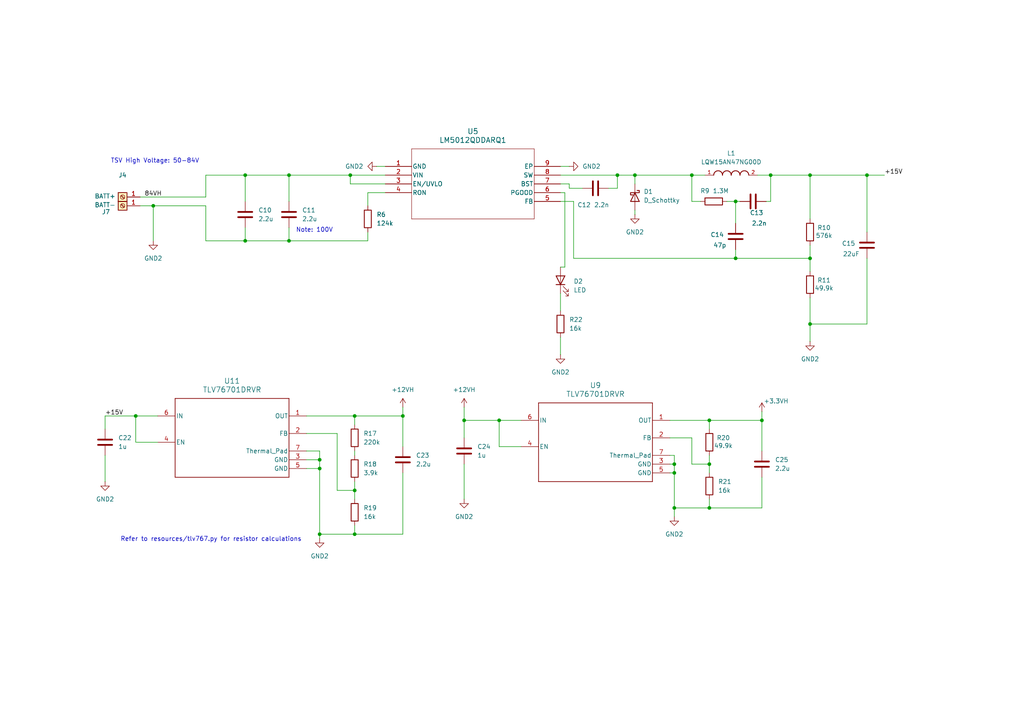
<source format=kicad_sch>
(kicad_sch
	(version 20231120)
	(generator "eeschema")
	(generator_version "8.0")
	(uuid "c5e326bb-5d78-47a1-be61-c46a33932be2")
	(paper "A4")
	(lib_symbols
		(symbol "2025-02-28_21-05-36:LM5012QDDARQ1"
			(pin_names
				(offset 0.254)
			)
			(exclude_from_sim no)
			(in_bom yes)
			(on_board yes)
			(property "Reference" "U"
				(at 25.4 10.16 0)
				(effects
					(font
						(size 1.524 1.524)
					)
				)
			)
			(property "Value" "LM5012QDDARQ1"
				(at 25.4 7.62 0)
				(effects
					(font
						(size 1.524 1.524)
					)
				)
			)
			(property "Footprint" "SO-8-DDA_TEX"
				(at 0 0 0)
				(effects
					(font
						(size 1.27 1.27)
						(italic yes)
					)
					(hide yes)
				)
			)
			(property "Datasheet" "LM5012QDDARQ1"
				(at 0 0 0)
				(effects
					(font
						(size 1.27 1.27)
						(italic yes)
					)
					(hide yes)
				)
			)
			(property "Description" ""
				(at 0 0 0)
				(effects
					(font
						(size 1.27 1.27)
					)
					(hide yes)
				)
			)
			(property "ki_locked" ""
				(at 0 0 0)
				(effects
					(font
						(size 1.27 1.27)
					)
				)
			)
			(property "ki_keywords" "LM5012QDDARQ1"
				(at 0 0 0)
				(effects
					(font
						(size 1.27 1.27)
					)
					(hide yes)
				)
			)
			(property "ki_fp_filters" "SO-8-DDA_TEX SO-8-DDA_TEX-M SO-8-DDA_TEX-L"
				(at 0 0 0)
				(effects
					(font
						(size 1.27 1.27)
					)
					(hide yes)
				)
			)
			(symbol "LM5012QDDARQ1_0_1"
				(polyline
					(pts
						(xy 7.62 -15.24) (xy 43.18 -15.24)
					)
					(stroke
						(width 0.127)
						(type default)
					)
					(fill
						(type none)
					)
				)
				(polyline
					(pts
						(xy 7.62 5.08) (xy 7.62 -15.24)
					)
					(stroke
						(width 0.127)
						(type default)
					)
					(fill
						(type none)
					)
				)
				(polyline
					(pts
						(xy 43.18 -15.24) (xy 43.18 5.08)
					)
					(stroke
						(width 0.127)
						(type default)
					)
					(fill
						(type none)
					)
				)
				(polyline
					(pts
						(xy 43.18 5.08) (xy 7.62 5.08)
					)
					(stroke
						(width 0.127)
						(type default)
					)
					(fill
						(type none)
					)
				)
				(pin power_out line
					(at 0 0 0)
					(length 7.62)
					(name "GND"
						(effects
							(font
								(size 1.27 1.27)
							)
						)
					)
					(number "1"
						(effects
							(font
								(size 1.27 1.27)
							)
						)
					)
				)
				(pin power_in line
					(at 0 -2.54 0)
					(length 7.62)
					(name "VIN"
						(effects
							(font
								(size 1.27 1.27)
							)
						)
					)
					(number "2"
						(effects
							(font
								(size 1.27 1.27)
							)
						)
					)
				)
				(pin input line
					(at 0 -5.08 0)
					(length 7.62)
					(name "EN/UVLO"
						(effects
							(font
								(size 1.27 1.27)
							)
						)
					)
					(number "3"
						(effects
							(font
								(size 1.27 1.27)
							)
						)
					)
				)
				(pin input line
					(at 0 -7.62 0)
					(length 7.62)
					(name "RON"
						(effects
							(font
								(size 1.27 1.27)
							)
						)
					)
					(number "4"
						(effects
							(font
								(size 1.27 1.27)
							)
						)
					)
				)
				(pin input line
					(at 50.8 -10.16 180)
					(length 7.62)
					(name "FB"
						(effects
							(font
								(size 1.27 1.27)
							)
						)
					)
					(number "5"
						(effects
							(font
								(size 1.27 1.27)
							)
						)
					)
				)
				(pin output line
					(at 50.8 -7.62 180)
					(length 7.62)
					(name "PGOOD"
						(effects
							(font
								(size 1.27 1.27)
							)
						)
					)
					(number "6"
						(effects
							(font
								(size 1.27 1.27)
							)
						)
					)
				)
				(pin power_in line
					(at 50.8 -5.08 180)
					(length 7.62)
					(name "BST"
						(effects
							(font
								(size 1.27 1.27)
							)
						)
					)
					(number "7"
						(effects
							(font
								(size 1.27 1.27)
							)
						)
					)
				)
				(pin power_in line
					(at 50.8 -2.54 180)
					(length 7.62)
					(name "SW"
						(effects
							(font
								(size 1.27 1.27)
							)
						)
					)
					(number "8"
						(effects
							(font
								(size 1.27 1.27)
							)
						)
					)
				)
				(pin power_out line
					(at 50.8 0 180)
					(length 7.62)
					(name "EP"
						(effects
							(font
								(size 1.27 1.27)
							)
						)
					)
					(number "9"
						(effects
							(font
								(size 1.27 1.27)
							)
						)
					)
				)
			)
		)
		(symbol "Connector:Screw_Terminal_01x01"
			(pin_names
				(offset 1.016) hide)
			(exclude_from_sim no)
			(in_bom yes)
			(on_board yes)
			(property "Reference" "J"
				(at 0 2.54 0)
				(effects
					(font
						(size 1.27 1.27)
					)
				)
			)
			(property "Value" "Screw_Terminal_01x01"
				(at 0 -2.54 0)
				(effects
					(font
						(size 1.27 1.27)
					)
				)
			)
			(property "Footprint" ""
				(at 0 0 0)
				(effects
					(font
						(size 1.27 1.27)
					)
					(hide yes)
				)
			)
			(property "Datasheet" "~"
				(at 0 0 0)
				(effects
					(font
						(size 1.27 1.27)
					)
					(hide yes)
				)
			)
			(property "Description" "Generic screw terminal, single row, 01x01, script generated (kicad-library-utils/schlib/autogen/connector/)"
				(at 0 0 0)
				(effects
					(font
						(size 1.27 1.27)
					)
					(hide yes)
				)
			)
			(property "ki_keywords" "screw terminal"
				(at 0 0 0)
				(effects
					(font
						(size 1.27 1.27)
					)
					(hide yes)
				)
			)
			(property "ki_fp_filters" "TerminalBlock*:*"
				(at 0 0 0)
				(effects
					(font
						(size 1.27 1.27)
					)
					(hide yes)
				)
			)
			(symbol "Screw_Terminal_01x01_1_1"
				(rectangle
					(start -1.27 1.27)
					(end 1.27 -1.27)
					(stroke
						(width 0.254)
						(type default)
					)
					(fill
						(type background)
					)
				)
				(polyline
					(pts
						(xy -0.5334 0.3302) (xy 0.3302 -0.508)
					)
					(stroke
						(width 0.1524)
						(type default)
					)
					(fill
						(type none)
					)
				)
				(polyline
					(pts
						(xy -0.3556 0.508) (xy 0.508 -0.3302)
					)
					(stroke
						(width 0.1524)
						(type default)
					)
					(fill
						(type none)
					)
				)
				(circle
					(center 0 0)
					(radius 0.635)
					(stroke
						(width 0.1524)
						(type default)
					)
					(fill
						(type none)
					)
				)
				(pin passive line
					(at -5.08 0 0)
					(length 3.81)
					(name "Pin_1"
						(effects
							(font
								(size 1.27 1.27)
							)
						)
					)
					(number "1"
						(effects
							(font
								(size 1.27 1.27)
							)
						)
					)
				)
			)
		)
		(symbol "Device:C"
			(pin_numbers hide)
			(pin_names
				(offset 0.254)
			)
			(exclude_from_sim no)
			(in_bom yes)
			(on_board yes)
			(property "Reference" "C"
				(at 0.635 2.54 0)
				(effects
					(font
						(size 1.27 1.27)
					)
					(justify left)
				)
			)
			(property "Value" "C"
				(at 0.635 -2.54 0)
				(effects
					(font
						(size 1.27 1.27)
					)
					(justify left)
				)
			)
			(property "Footprint" ""
				(at 0.9652 -3.81 0)
				(effects
					(font
						(size 1.27 1.27)
					)
					(hide yes)
				)
			)
			(property "Datasheet" "~"
				(at 0 0 0)
				(effects
					(font
						(size 1.27 1.27)
					)
					(hide yes)
				)
			)
			(property "Description" "Unpolarized capacitor"
				(at 0 0 0)
				(effects
					(font
						(size 1.27 1.27)
					)
					(hide yes)
				)
			)
			(property "ki_keywords" "cap capacitor"
				(at 0 0 0)
				(effects
					(font
						(size 1.27 1.27)
					)
					(hide yes)
				)
			)
			(property "ki_fp_filters" "C_*"
				(at 0 0 0)
				(effects
					(font
						(size 1.27 1.27)
					)
					(hide yes)
				)
			)
			(symbol "C_0_1"
				(polyline
					(pts
						(xy -2.032 -0.762) (xy 2.032 -0.762)
					)
					(stroke
						(width 0.508)
						(type default)
					)
					(fill
						(type none)
					)
				)
				(polyline
					(pts
						(xy -2.032 0.762) (xy 2.032 0.762)
					)
					(stroke
						(width 0.508)
						(type default)
					)
					(fill
						(type none)
					)
				)
			)
			(symbol "C_1_1"
				(pin passive line
					(at 0 3.81 270)
					(length 2.794)
					(name "~"
						(effects
							(font
								(size 1.27 1.27)
							)
						)
					)
					(number "1"
						(effects
							(font
								(size 1.27 1.27)
							)
						)
					)
				)
				(pin passive line
					(at 0 -3.81 90)
					(length 2.794)
					(name "~"
						(effects
							(font
								(size 1.27 1.27)
							)
						)
					)
					(number "2"
						(effects
							(font
								(size 1.27 1.27)
							)
						)
					)
				)
			)
		)
		(symbol "Device:D_Schottky"
			(pin_numbers hide)
			(pin_names
				(offset 1.016) hide)
			(exclude_from_sim no)
			(in_bom yes)
			(on_board yes)
			(property "Reference" "D"
				(at 0 2.54 0)
				(effects
					(font
						(size 1.27 1.27)
					)
				)
			)
			(property "Value" "D_Schottky"
				(at 0 -2.54 0)
				(effects
					(font
						(size 1.27 1.27)
					)
				)
			)
			(property "Footprint" ""
				(at 0 0 0)
				(effects
					(font
						(size 1.27 1.27)
					)
					(hide yes)
				)
			)
			(property "Datasheet" "~"
				(at 0 0 0)
				(effects
					(font
						(size 1.27 1.27)
					)
					(hide yes)
				)
			)
			(property "Description" "Schottky diode"
				(at 0 0 0)
				(effects
					(font
						(size 1.27 1.27)
					)
					(hide yes)
				)
			)
			(property "ki_keywords" "diode Schottky"
				(at 0 0 0)
				(effects
					(font
						(size 1.27 1.27)
					)
					(hide yes)
				)
			)
			(property "ki_fp_filters" "TO-???* *_Diode_* *SingleDiode* D_*"
				(at 0 0 0)
				(effects
					(font
						(size 1.27 1.27)
					)
					(hide yes)
				)
			)
			(symbol "D_Schottky_0_1"
				(polyline
					(pts
						(xy 1.27 0) (xy -1.27 0)
					)
					(stroke
						(width 0)
						(type default)
					)
					(fill
						(type none)
					)
				)
				(polyline
					(pts
						(xy 1.27 1.27) (xy 1.27 -1.27) (xy -1.27 0) (xy 1.27 1.27)
					)
					(stroke
						(width 0.254)
						(type default)
					)
					(fill
						(type none)
					)
				)
				(polyline
					(pts
						(xy -1.905 0.635) (xy -1.905 1.27) (xy -1.27 1.27) (xy -1.27 -1.27) (xy -0.635 -1.27) (xy -0.635 -0.635)
					)
					(stroke
						(width 0.254)
						(type default)
					)
					(fill
						(type none)
					)
				)
			)
			(symbol "D_Schottky_1_1"
				(pin passive line
					(at -3.81 0 0)
					(length 2.54)
					(name "K"
						(effects
							(font
								(size 1.27 1.27)
							)
						)
					)
					(number "1"
						(effects
							(font
								(size 1.27 1.27)
							)
						)
					)
				)
				(pin passive line
					(at 3.81 0 180)
					(length 2.54)
					(name "A"
						(effects
							(font
								(size 1.27 1.27)
							)
						)
					)
					(number "2"
						(effects
							(font
								(size 1.27 1.27)
							)
						)
					)
				)
			)
		)
		(symbol "Device:LED"
			(pin_numbers hide)
			(pin_names
				(offset 1.016) hide)
			(exclude_from_sim no)
			(in_bom yes)
			(on_board yes)
			(property "Reference" "D"
				(at 0 2.54 0)
				(effects
					(font
						(size 1.27 1.27)
					)
				)
			)
			(property "Value" "LED"
				(at 0 -2.54 0)
				(effects
					(font
						(size 1.27 1.27)
					)
				)
			)
			(property "Footprint" ""
				(at 0 0 0)
				(effects
					(font
						(size 1.27 1.27)
					)
					(hide yes)
				)
			)
			(property "Datasheet" "~"
				(at 0 0 0)
				(effects
					(font
						(size 1.27 1.27)
					)
					(hide yes)
				)
			)
			(property "Description" "Light emitting diode"
				(at 0 0 0)
				(effects
					(font
						(size 1.27 1.27)
					)
					(hide yes)
				)
			)
			(property "ki_keywords" "LED diode"
				(at 0 0 0)
				(effects
					(font
						(size 1.27 1.27)
					)
					(hide yes)
				)
			)
			(property "ki_fp_filters" "LED* LED_SMD:* LED_THT:*"
				(at 0 0 0)
				(effects
					(font
						(size 1.27 1.27)
					)
					(hide yes)
				)
			)
			(symbol "LED_0_1"
				(polyline
					(pts
						(xy -1.27 -1.27) (xy -1.27 1.27)
					)
					(stroke
						(width 0.254)
						(type default)
					)
					(fill
						(type none)
					)
				)
				(polyline
					(pts
						(xy -1.27 0) (xy 1.27 0)
					)
					(stroke
						(width 0)
						(type default)
					)
					(fill
						(type none)
					)
				)
				(polyline
					(pts
						(xy 1.27 -1.27) (xy 1.27 1.27) (xy -1.27 0) (xy 1.27 -1.27)
					)
					(stroke
						(width 0.254)
						(type default)
					)
					(fill
						(type none)
					)
				)
				(polyline
					(pts
						(xy -3.048 -0.762) (xy -4.572 -2.286) (xy -3.81 -2.286) (xy -4.572 -2.286) (xy -4.572 -1.524)
					)
					(stroke
						(width 0)
						(type default)
					)
					(fill
						(type none)
					)
				)
				(polyline
					(pts
						(xy -1.778 -0.762) (xy -3.302 -2.286) (xy -2.54 -2.286) (xy -3.302 -2.286) (xy -3.302 -1.524)
					)
					(stroke
						(width 0)
						(type default)
					)
					(fill
						(type none)
					)
				)
			)
			(symbol "LED_1_1"
				(pin passive line
					(at -3.81 0 0)
					(length 2.54)
					(name "K"
						(effects
							(font
								(size 1.27 1.27)
							)
						)
					)
					(number "1"
						(effects
							(font
								(size 1.27 1.27)
							)
						)
					)
				)
				(pin passive line
					(at 3.81 0 180)
					(length 2.54)
					(name "A"
						(effects
							(font
								(size 1.27 1.27)
							)
						)
					)
					(number "2"
						(effects
							(font
								(size 1.27 1.27)
							)
						)
					)
				)
			)
		)
		(symbol "Device:R"
			(pin_numbers hide)
			(pin_names
				(offset 0)
			)
			(exclude_from_sim no)
			(in_bom yes)
			(on_board yes)
			(property "Reference" "R"
				(at 2.032 0 90)
				(effects
					(font
						(size 1.27 1.27)
					)
				)
			)
			(property "Value" "R"
				(at 0 0 90)
				(effects
					(font
						(size 1.27 1.27)
					)
				)
			)
			(property "Footprint" ""
				(at -1.778 0 90)
				(effects
					(font
						(size 1.27 1.27)
					)
					(hide yes)
				)
			)
			(property "Datasheet" "~"
				(at 0 0 0)
				(effects
					(font
						(size 1.27 1.27)
					)
					(hide yes)
				)
			)
			(property "Description" "Resistor"
				(at 0 0 0)
				(effects
					(font
						(size 1.27 1.27)
					)
					(hide yes)
				)
			)
			(property "ki_keywords" "R res resistor"
				(at 0 0 0)
				(effects
					(font
						(size 1.27 1.27)
					)
					(hide yes)
				)
			)
			(property "ki_fp_filters" "R_*"
				(at 0 0 0)
				(effects
					(font
						(size 1.27 1.27)
					)
					(hide yes)
				)
			)
			(symbol "R_0_1"
				(rectangle
					(start -1.016 -2.54)
					(end 1.016 2.54)
					(stroke
						(width 0.254)
						(type default)
					)
					(fill
						(type none)
					)
				)
			)
			(symbol "R_1_1"
				(pin passive line
					(at 0 3.81 270)
					(length 1.27)
					(name "~"
						(effects
							(font
								(size 1.27 1.27)
							)
						)
					)
					(number "1"
						(effects
							(font
								(size 1.27 1.27)
							)
						)
					)
				)
				(pin passive line
					(at 0 -3.81 90)
					(length 1.27)
					(name "~"
						(effects
							(font
								(size 1.27 1.27)
							)
						)
					)
					(number "2"
						(effects
							(font
								(size 1.27 1.27)
							)
						)
					)
				)
			)
		)
		(symbol "LQW15AN47NG00D:LQW15AN47NG00D"
			(pin_names
				(offset 1.016)
			)
			(exclude_from_sim no)
			(in_bom yes)
			(on_board yes)
			(property "Reference" "L"
				(at -7.62 5.08 0)
				(effects
					(font
						(size 1.27 1.27)
					)
					(justify left bottom)
				)
			)
			(property "Value" "LQW15AN47NG00D"
				(at -7.62 2.54 0)
				(effects
					(font
						(size 1.27 1.27)
					)
					(justify left bottom)
				)
			)
			(property "Footprint" "LQW15AN47NG00D:INDC1005X60N"
				(at 0 0 0)
				(effects
					(font
						(size 1.27 1.27)
					)
					(justify bottom)
					(hide yes)
				)
			)
			(property "Datasheet" ""
				(at 0 0 0)
				(effects
					(font
						(size 1.27 1.27)
					)
					(hide yes)
				)
			)
			(property "Description" ""
				(at 0 0 0)
				(effects
					(font
						(size 1.27 1.27)
					)
					(hide yes)
				)
			)
			(symbol "LQW15AN47NG00D_0_0"
				(arc
					(start -2.54 0)
					(mid -3.81 1.2645)
					(end -5.08 0)
					(stroke
						(width 0.254)
						(type default)
					)
					(fill
						(type none)
					)
				)
				(arc
					(start 0 0)
					(mid -1.27 1.2645)
					(end -2.54 0)
					(stroke
						(width 0.254)
						(type default)
					)
					(fill
						(type none)
					)
				)
				(arc
					(start 2.54 0)
					(mid 1.27 1.2645)
					(end 0 0)
					(stroke
						(width 0.254)
						(type default)
					)
					(fill
						(type none)
					)
				)
				(arc
					(start 5.08 0)
					(mid 3.81 1.2645)
					(end 2.54 0)
					(stroke
						(width 0.254)
						(type default)
					)
					(fill
						(type none)
					)
				)
				(pin passive line
					(at -7.62 0 0)
					(length 2.54)
					(name "~"
						(effects
							(font
								(size 1.016 1.016)
							)
						)
					)
					(number "1"
						(effects
							(font
								(size 1.016 1.016)
							)
						)
					)
				)
				(pin passive line
					(at 7.62 0 180)
					(length 2.54)
					(name "~"
						(effects
							(font
								(size 1.016 1.016)
							)
						)
					)
					(number "2"
						(effects
							(font
								(size 1.016 1.016)
							)
						)
					)
				)
			)
		)
		(symbol "TLV76701:TLV76701DRVR"
			(pin_names
				(offset 0.254)
			)
			(exclude_from_sim no)
			(in_bom yes)
			(on_board yes)
			(property "Reference" "U11"
				(at 21.59 10.16 0)
				(effects
					(font
						(size 1.524 1.524)
					)
				)
			)
			(property "Value" "TLV76701DRVR"
				(at 21.59 7.62 0)
				(effects
					(font
						(size 1.524 1.524)
					)
				)
			)
			(property "Footprint" "DRV0006A-IPC_A"
				(at 0 0 0)
				(effects
					(font
						(size 1.27 1.27)
						(italic yes)
					)
					(hide yes)
				)
			)
			(property "Datasheet" "TLV76701DRVR"
				(at 0 0 0)
				(effects
					(font
						(size 1.27 1.27)
						(italic yes)
					)
					(hide yes)
				)
			)
			(property "Description" ""
				(at 0 0 0)
				(effects
					(font
						(size 1.27 1.27)
					)
					(hide yes)
				)
			)
			(property "ki_locked" ""
				(at 0 0 0)
				(effects
					(font
						(size 1.27 1.27)
					)
				)
			)
			(property "ki_keywords" "TLV76701DRVR"
				(at 0 0 0)
				(effects
					(font
						(size 1.27 1.27)
					)
					(hide yes)
				)
			)
			(property "ki_fp_filters" "DRV0006A-IPC_A DRV0006A-IPC_B DRV0006A-IPC_C DRV0006A-MFG"
				(at 0 0 0)
				(effects
					(font
						(size 1.27 1.27)
					)
					(hide yes)
				)
			)
			(symbol "TLV76701DRVR_0_1"
				(polyline
					(pts
						(xy 5.08 -17.78) (xy 38.1 -17.78)
					)
					(stroke
						(width 0.2032)
						(type default)
					)
					(fill
						(type none)
					)
				)
				(polyline
					(pts
						(xy 5.08 5.08) (xy 5.08 -17.78)
					)
					(stroke
						(width 0.2032)
						(type default)
					)
					(fill
						(type none)
					)
				)
				(polyline
					(pts
						(xy 38.1 -17.78) (xy 38.1 5.08)
					)
					(stroke
						(width 0.2032)
						(type default)
					)
					(fill
						(type none)
					)
				)
				(polyline
					(pts
						(xy 38.1 5.08) (xy 5.08 5.08)
					)
					(stroke
						(width 0.2032)
						(type default)
					)
					(fill
						(type none)
					)
				)
				(pin output line
					(at 43.18 0 180)
					(length 5.08)
					(name "OUT"
						(effects
							(font
								(size 1.27 1.27)
							)
						)
					)
					(number "1"
						(effects
							(font
								(size 1.27 1.27)
							)
						)
					)
				)
				(pin power_in line
					(at 43.18 -12.7 180)
					(length 5.08)
					(name "GND"
						(effects
							(font
								(size 1.27 1.27)
							)
						)
					)
					(number "3"
						(effects
							(font
								(size 1.27 1.27)
							)
						)
					)
				)
				(pin input line
					(at 0 -7.62 0)
					(length 5.08)
					(name "EN"
						(effects
							(font
								(size 1.27 1.27)
							)
						)
					)
					(number "4"
						(effects
							(font
								(size 1.27 1.27)
							)
						)
					)
				)
				(pin power_in line
					(at 43.18 -15.24 180)
					(length 5.08)
					(name "GND"
						(effects
							(font
								(size 1.27 1.27)
							)
						)
					)
					(number "5"
						(effects
							(font
								(size 1.27 1.27)
							)
						)
					)
				)
				(pin power_in line
					(at 0 0 0)
					(length 5.08)
					(name "IN"
						(effects
							(font
								(size 1.27 1.27)
							)
						)
					)
					(number "6"
						(effects
							(font
								(size 1.27 1.27)
							)
						)
					)
				)
				(pin unspecified line
					(at 43.18 -10.16 180)
					(length 5.08)
					(name "Thermal_Pad"
						(effects
							(font
								(size 1.27 1.27)
							)
						)
					)
					(number "7"
						(effects
							(font
								(size 1.27 1.27)
							)
						)
					)
				)
			)
			(symbol "TLV76701DRVR_1_1"
				(pin input line
					(at 43.18 -5.08 180)
					(length 5.08)
					(name "FB"
						(effects
							(font
								(size 1.27 1.27)
							)
						)
					)
					(number "2"
						(effects
							(font
								(size 1.27 1.27)
							)
						)
					)
				)
			)
		)
		(symbol "power:+12V"
			(power)
			(pin_numbers hide)
			(pin_names
				(offset 0) hide)
			(exclude_from_sim no)
			(in_bom yes)
			(on_board yes)
			(property "Reference" "#PWR"
				(at 0 -3.81 0)
				(effects
					(font
						(size 1.27 1.27)
					)
					(hide yes)
				)
			)
			(property "Value" "+12V"
				(at 0 3.556 0)
				(effects
					(font
						(size 1.27 1.27)
					)
				)
			)
			(property "Footprint" ""
				(at 0 0 0)
				(effects
					(font
						(size 1.27 1.27)
					)
					(hide yes)
				)
			)
			(property "Datasheet" ""
				(at 0 0 0)
				(effects
					(font
						(size 1.27 1.27)
					)
					(hide yes)
				)
			)
			(property "Description" "Power symbol creates a global label with name \"+12V\""
				(at 0 0 0)
				(effects
					(font
						(size 1.27 1.27)
					)
					(hide yes)
				)
			)
			(property "ki_keywords" "global power"
				(at 0 0 0)
				(effects
					(font
						(size 1.27 1.27)
					)
					(hide yes)
				)
			)
			(symbol "+12V_0_1"
				(polyline
					(pts
						(xy -0.762 1.27) (xy 0 2.54)
					)
					(stroke
						(width 0)
						(type default)
					)
					(fill
						(type none)
					)
				)
				(polyline
					(pts
						(xy 0 0) (xy 0 2.54)
					)
					(stroke
						(width 0)
						(type default)
					)
					(fill
						(type none)
					)
				)
				(polyline
					(pts
						(xy 0 2.54) (xy 0.762 1.27)
					)
					(stroke
						(width 0)
						(type default)
					)
					(fill
						(type none)
					)
				)
			)
			(symbol "+12V_1_1"
				(pin power_in line
					(at 0 0 90)
					(length 0)
					(name "~"
						(effects
							(font
								(size 1.27 1.27)
							)
						)
					)
					(number "1"
						(effects
							(font
								(size 1.27 1.27)
							)
						)
					)
				)
			)
		)
		(symbol "power:+3.3V"
			(power)
			(pin_numbers hide)
			(pin_names
				(offset 0) hide)
			(exclude_from_sim no)
			(in_bom yes)
			(on_board yes)
			(property "Reference" "#PWR"
				(at 0 -3.81 0)
				(effects
					(font
						(size 1.27 1.27)
					)
					(hide yes)
				)
			)
			(property "Value" "+3.3V"
				(at 0 3.556 0)
				(effects
					(font
						(size 1.27 1.27)
					)
				)
			)
			(property "Footprint" ""
				(at 0 0 0)
				(effects
					(font
						(size 1.27 1.27)
					)
					(hide yes)
				)
			)
			(property "Datasheet" ""
				(at 0 0 0)
				(effects
					(font
						(size 1.27 1.27)
					)
					(hide yes)
				)
			)
			(property "Description" "Power symbol creates a global label with name \"+3.3V\""
				(at 0 0 0)
				(effects
					(font
						(size 1.27 1.27)
					)
					(hide yes)
				)
			)
			(property "ki_keywords" "global power"
				(at 0 0 0)
				(effects
					(font
						(size 1.27 1.27)
					)
					(hide yes)
				)
			)
			(symbol "+3.3V_0_1"
				(polyline
					(pts
						(xy -0.762 1.27) (xy 0 2.54)
					)
					(stroke
						(width 0)
						(type default)
					)
					(fill
						(type none)
					)
				)
				(polyline
					(pts
						(xy 0 0) (xy 0 2.54)
					)
					(stroke
						(width 0)
						(type default)
					)
					(fill
						(type none)
					)
				)
				(polyline
					(pts
						(xy 0 2.54) (xy 0.762 1.27)
					)
					(stroke
						(width 0)
						(type default)
					)
					(fill
						(type none)
					)
				)
			)
			(symbol "+3.3V_1_1"
				(pin power_in line
					(at 0 0 90)
					(length 0)
					(name "~"
						(effects
							(font
								(size 1.27 1.27)
							)
						)
					)
					(number "1"
						(effects
							(font
								(size 1.27 1.27)
							)
						)
					)
				)
			)
		)
		(symbol "power:GND2"
			(power)
			(pin_numbers hide)
			(pin_names
				(offset 0) hide)
			(exclude_from_sim no)
			(in_bom yes)
			(on_board yes)
			(property "Reference" "#PWR"
				(at 0 -6.35 0)
				(effects
					(font
						(size 1.27 1.27)
					)
					(hide yes)
				)
			)
			(property "Value" "GND2"
				(at 0 -3.81 0)
				(effects
					(font
						(size 1.27 1.27)
					)
				)
			)
			(property "Footprint" ""
				(at 0 0 0)
				(effects
					(font
						(size 1.27 1.27)
					)
					(hide yes)
				)
			)
			(property "Datasheet" ""
				(at 0 0 0)
				(effects
					(font
						(size 1.27 1.27)
					)
					(hide yes)
				)
			)
			(property "Description" "Power symbol creates a global label with name \"GND2\" , ground"
				(at 0 0 0)
				(effects
					(font
						(size 1.27 1.27)
					)
					(hide yes)
				)
			)
			(property "ki_keywords" "global power"
				(at 0 0 0)
				(effects
					(font
						(size 1.27 1.27)
					)
					(hide yes)
				)
			)
			(symbol "GND2_0_1"
				(polyline
					(pts
						(xy 0 0) (xy 0 -1.27) (xy 1.27 -1.27) (xy 0 -2.54) (xy -1.27 -1.27) (xy 0 -1.27)
					)
					(stroke
						(width 0)
						(type default)
					)
					(fill
						(type none)
					)
				)
			)
			(symbol "GND2_1_1"
				(pin power_in line
					(at 0 0 270)
					(length 0)
					(name "~"
						(effects
							(font
								(size 1.27 1.27)
							)
						)
					)
					(number "1"
						(effects
							(font
								(size 1.27 1.27)
							)
						)
					)
				)
			)
		)
	)
	(junction
		(at 195.58 134.62)
		(diameter 0)
		(color 0 0 0 0)
		(uuid "05512156-a2b7-4419-ae7a-360ef2d8bf4d")
	)
	(junction
		(at 71.12 50.8)
		(diameter 0)
		(color 0 0 0 0)
		(uuid "0a724350-97a9-458e-8d1a-cd65645aa902")
	)
	(junction
		(at 102.87 154.94)
		(diameter 0)
		(color 0 0 0 0)
		(uuid "0e7ba4f9-dd1f-4089-a15b-c734d600a2b6")
	)
	(junction
		(at 39.37 120.65)
		(diameter 0)
		(color 0 0 0 0)
		(uuid "16cbb886-17aa-41fc-b503-2a73b7a0ed49")
	)
	(junction
		(at 92.71 135.89)
		(diameter 0)
		(color 0 0 0 0)
		(uuid "1acb0545-aab1-458e-9eeb-afa501541d2a")
	)
	(junction
		(at 234.95 93.98)
		(diameter 0)
		(color 0 0 0 0)
		(uuid "2ec3b82a-73ae-486a-847e-2a3164318c10")
	)
	(junction
		(at 184.15 50.8)
		(diameter 0)
		(color 0 0 0 0)
		(uuid "3209fdd3-5fd9-413e-8633-a56ad625ba6b")
	)
	(junction
		(at 223.52 50.8)
		(diameter 0)
		(color 0 0 0 0)
		(uuid "3dcfb58d-a6aa-4415-a23b-fdd1cf1094f1")
	)
	(junction
		(at 220.98 121.92)
		(diameter 0)
		(color 0 0 0 0)
		(uuid "530485f8-0629-43d6-ba1f-c660add7b8da")
	)
	(junction
		(at 205.74 121.92)
		(diameter 0)
		(color 0 0 0 0)
		(uuid "56a20084-18ad-44dc-9ab0-725af4dd68f5")
	)
	(junction
		(at 83.82 50.8)
		(diameter 0)
		(color 0 0 0 0)
		(uuid "5d51c88f-b4ca-403f-a66f-c08bb97e3417")
	)
	(junction
		(at 179.07 50.8)
		(diameter 0)
		(color 0 0 0 0)
		(uuid "5e9c6a4f-f001-46ad-bf2e-795ef9aa8d10")
	)
	(junction
		(at 92.71 133.35)
		(diameter 0)
		(color 0 0 0 0)
		(uuid "62c78efb-8b26-4914-a531-bb6413d9d81d")
	)
	(junction
		(at 213.36 58.42)
		(diameter 0)
		(color 0 0 0 0)
		(uuid "703083a7-9993-44a3-b8a3-eaec134c182d")
	)
	(junction
		(at 195.58 137.16)
		(diameter 0)
		(color 0 0 0 0)
		(uuid "7bd0e092-0f37-4b13-a438-5501f444277f")
	)
	(junction
		(at 44.45 59.69)
		(diameter 0)
		(color 0 0 0 0)
		(uuid "7cd019c3-d25e-4393-a741-ef1b63fea9b2")
	)
	(junction
		(at 101.6 50.8)
		(diameter 0)
		(color 0 0 0 0)
		(uuid "8df47e40-8d98-4a76-8925-b8ebffba67e4")
	)
	(junction
		(at 144.78 121.92)
		(diameter 0)
		(color 0 0 0 0)
		(uuid "8e9965a4-392f-44dd-9eeb-96191cf78127")
	)
	(junction
		(at 195.58 147.32)
		(diameter 0)
		(color 0 0 0 0)
		(uuid "992124fc-93ca-4d8f-aac9-9dffb836e54f")
	)
	(junction
		(at 234.95 50.8)
		(diameter 0)
		(color 0 0 0 0)
		(uuid "a495e56d-1f11-4043-8f05-d19e20ea80f9")
	)
	(junction
		(at 92.71 154.94)
		(diameter 0)
		(color 0 0 0 0)
		(uuid "a697b3e1-2750-436a-bff1-97943f17c9a8")
	)
	(junction
		(at 205.74 147.32)
		(diameter 0)
		(color 0 0 0 0)
		(uuid "a7996a6b-b571-49aa-b787-d410604e0de8")
	)
	(junction
		(at 205.74 134.62)
		(diameter 0)
		(color 0 0 0 0)
		(uuid "a91e4a1f-5cc4-4d21-9fc7-6efdb8bf1e8d")
	)
	(junction
		(at 134.62 121.92)
		(diameter 0)
		(color 0 0 0 0)
		(uuid "b5fba7c1-d9de-44ed-970b-9eadf0100a39")
	)
	(junction
		(at 83.82 69.85)
		(diameter 0)
		(color 0 0 0 0)
		(uuid "b82962ab-eecd-48c7-ac07-bc29df441e7d")
	)
	(junction
		(at 251.46 50.8)
		(diameter 0)
		(color 0 0 0 0)
		(uuid "c17aa6d9-e830-498d-b843-6756c03f327d")
	)
	(junction
		(at 102.87 142.24)
		(diameter 0)
		(color 0 0 0 0)
		(uuid "ce3ab6b5-8ae6-40fa-a68a-ebcb74a2dbe6")
	)
	(junction
		(at 102.87 120.65)
		(diameter 0)
		(color 0 0 0 0)
		(uuid "e1872adc-3abd-4869-ab2f-2b9945d1f0d0")
	)
	(junction
		(at 71.12 69.85)
		(diameter 0)
		(color 0 0 0 0)
		(uuid "e996efd6-abce-4d3b-80a9-1a155355d22b")
	)
	(junction
		(at 200.66 50.8)
		(diameter 0)
		(color 0 0 0 0)
		(uuid "eb609f9e-7e35-4aa5-b8ac-4cad066ed0ae")
	)
	(junction
		(at 116.84 120.65)
		(diameter 0)
		(color 0 0 0 0)
		(uuid "eea57aac-cc77-4b5a-800f-ceb59da80cbb")
	)
	(junction
		(at 213.36 74.93)
		(diameter 0)
		(color 0 0 0 0)
		(uuid "f111826b-f638-46ef-a4a1-ed6e7377f2d1")
	)
	(junction
		(at 234.95 74.93)
		(diameter 0)
		(color 0 0 0 0)
		(uuid "fd8c101b-02ee-4d69-85cb-9d82c3c778bd")
	)
	(wire
		(pts
			(xy 234.95 93.98) (xy 234.95 99.06)
		)
		(stroke
			(width 0)
			(type default)
		)
		(uuid "004b2e5e-41c6-4dc2-a475-cf89fa7714f3")
	)
	(wire
		(pts
			(xy 222.25 58.42) (xy 223.52 58.42)
		)
		(stroke
			(width 0)
			(type default)
		)
		(uuid "0057df85-6aff-46b4-aedd-4187ca443eda")
	)
	(wire
		(pts
			(xy 195.58 134.62) (xy 195.58 137.16)
		)
		(stroke
			(width 0)
			(type default)
		)
		(uuid "00c9636f-1e2e-409f-80ea-bc8f75ddacae")
	)
	(wire
		(pts
			(xy 92.71 130.81) (xy 92.71 133.35)
		)
		(stroke
			(width 0)
			(type default)
		)
		(uuid "05be1dbf-2b0a-4dc9-8814-8d6e4b1be979")
	)
	(wire
		(pts
			(xy 111.76 53.34) (xy 101.6 53.34)
		)
		(stroke
			(width 0)
			(type default)
		)
		(uuid "06e511fd-452d-4f21-b313-bf919e05fe8e")
	)
	(wire
		(pts
			(xy 234.95 50.8) (xy 251.46 50.8)
		)
		(stroke
			(width 0)
			(type default)
		)
		(uuid "07279889-95aa-4e24-b7ea-354141494bbb")
	)
	(wire
		(pts
			(xy 59.69 57.15) (xy 59.69 50.8)
		)
		(stroke
			(width 0)
			(type default)
		)
		(uuid "07805f45-dcb0-4b1b-a66b-d9df422b91df")
	)
	(wire
		(pts
			(xy 134.62 121.92) (xy 134.62 127)
		)
		(stroke
			(width 0)
			(type default)
		)
		(uuid "0b3e08df-1154-40cc-aeaf-a106b04ef730")
	)
	(wire
		(pts
			(xy 40.64 59.69) (xy 44.45 59.69)
		)
		(stroke
			(width 0)
			(type default)
		)
		(uuid "0b6329ac-cd21-40af-adf3-bc837efcc273")
	)
	(wire
		(pts
			(xy 162.56 55.88) (xy 163.83 55.88)
		)
		(stroke
			(width 0)
			(type default)
		)
		(uuid "0ba97610-8e27-4320-a670-f3c1d935d9ac")
	)
	(wire
		(pts
			(xy 102.87 142.24) (xy 102.87 139.7)
		)
		(stroke
			(width 0)
			(type default)
		)
		(uuid "0e5644af-07a4-4328-ab5b-bc64c75a462a")
	)
	(wire
		(pts
			(xy 44.45 59.69) (xy 59.69 59.69)
		)
		(stroke
			(width 0)
			(type default)
		)
		(uuid "125cbfb3-47de-4b68-a4a5-7e4e6498690c")
	)
	(wire
		(pts
			(xy 219.71 50.8) (xy 223.52 50.8)
		)
		(stroke
			(width 0)
			(type default)
		)
		(uuid "13f9c66e-eddc-46a4-8168-ca14ddc8a375")
	)
	(wire
		(pts
			(xy 134.62 118.11) (xy 134.62 121.92)
		)
		(stroke
			(width 0)
			(type default)
		)
		(uuid "19683d4c-a601-42f5-a3c6-999395e67b6e")
	)
	(wire
		(pts
			(xy 116.84 120.65) (xy 116.84 129.54)
		)
		(stroke
			(width 0)
			(type default)
		)
		(uuid "1a842586-dc7f-4e25-a59d-7971124ef5ed")
	)
	(wire
		(pts
			(xy 71.12 69.85) (xy 83.82 69.85)
		)
		(stroke
			(width 0)
			(type default)
		)
		(uuid "22311ccc-fd7a-4062-bef2-a0e3b1b512c2")
	)
	(wire
		(pts
			(xy 205.74 121.92) (xy 220.98 121.92)
		)
		(stroke
			(width 0)
			(type default)
		)
		(uuid "2295c6eb-a62f-4212-863b-c419bedec886")
	)
	(wire
		(pts
			(xy 200.66 58.42) (xy 203.2 58.42)
		)
		(stroke
			(width 0)
			(type default)
		)
		(uuid "22cb9e9f-a7d1-4f80-9951-94399481614d")
	)
	(wire
		(pts
			(xy 83.82 58.42) (xy 83.82 50.8)
		)
		(stroke
			(width 0)
			(type default)
		)
		(uuid "24d72bfc-0c34-4643-8c03-209393d7b6fe")
	)
	(wire
		(pts
			(xy 101.6 53.34) (xy 101.6 50.8)
		)
		(stroke
			(width 0)
			(type default)
		)
		(uuid "2673b90b-ae20-450f-baad-ddb52cea8a1e")
	)
	(wire
		(pts
			(xy 205.74 147.32) (xy 195.58 147.32)
		)
		(stroke
			(width 0)
			(type default)
		)
		(uuid "271ca058-ab98-436b-9279-13c03f420917")
	)
	(wire
		(pts
			(xy 213.36 74.93) (xy 234.95 74.93)
		)
		(stroke
			(width 0)
			(type default)
		)
		(uuid "27bd41ff-eadc-4c54-bce0-a37fc2071d40")
	)
	(wire
		(pts
			(xy 200.66 50.8) (xy 200.66 58.42)
		)
		(stroke
			(width 0)
			(type default)
		)
		(uuid "2b2aaa98-2043-4cec-8c71-aa29704df6a4")
	)
	(wire
		(pts
			(xy 194.31 134.62) (xy 195.58 134.62)
		)
		(stroke
			(width 0)
			(type default)
		)
		(uuid "2e356542-ae52-4863-b3eb-7d834c2f3990")
	)
	(wire
		(pts
			(xy 88.9 130.81) (xy 92.71 130.81)
		)
		(stroke
			(width 0)
			(type default)
		)
		(uuid "2f4a2238-cbcb-4959-9967-b41136c34f61")
	)
	(wire
		(pts
			(xy 40.64 57.15) (xy 59.69 57.15)
		)
		(stroke
			(width 0)
			(type default)
		)
		(uuid "2ffd9911-12fa-4bcf-afa5-77c0686d01f5")
	)
	(wire
		(pts
			(xy 234.95 86.36) (xy 234.95 93.98)
		)
		(stroke
			(width 0)
			(type default)
		)
		(uuid "30c8a583-9a13-40bd-8697-272320dbf9e1")
	)
	(wire
		(pts
			(xy 184.15 50.8) (xy 184.15 53.34)
		)
		(stroke
			(width 0)
			(type default)
		)
		(uuid "3d625827-0fec-42f6-af2d-9cae24d47b85")
	)
	(wire
		(pts
			(xy 116.84 118.11) (xy 116.84 120.65)
		)
		(stroke
			(width 0)
			(type default)
		)
		(uuid "3fc16d7d-8acb-4a5e-97d1-4abac5e07050")
	)
	(wire
		(pts
			(xy 251.46 50.8) (xy 251.46 67.31)
		)
		(stroke
			(width 0)
			(type default)
		)
		(uuid "424a75aa-918b-4696-9004-508d482945a3")
	)
	(wire
		(pts
			(xy 205.74 134.62) (xy 205.74 137.16)
		)
		(stroke
			(width 0)
			(type default)
		)
		(uuid "45b46c75-fac0-48f9-9377-10f30d7c97a1")
	)
	(wire
		(pts
			(xy 144.78 121.92) (xy 144.78 129.54)
		)
		(stroke
			(width 0)
			(type default)
		)
		(uuid "482bf2e0-207e-4608-a542-269c39b9faf9")
	)
	(wire
		(pts
			(xy 194.31 121.92) (xy 205.74 121.92)
		)
		(stroke
			(width 0)
			(type default)
		)
		(uuid "48dc196d-8643-459b-969d-1969250d5ca2")
	)
	(wire
		(pts
			(xy 163.83 55.88) (xy 163.83 77.47)
		)
		(stroke
			(width 0)
			(type default)
		)
		(uuid "4a1c94f1-f1c3-4d2c-bcaf-30af90b00f92")
	)
	(wire
		(pts
			(xy 44.45 59.69) (xy 44.45 69.85)
		)
		(stroke
			(width 0)
			(type default)
		)
		(uuid "4c41e38b-9dde-46b8-bff4-e8b966168883")
	)
	(wire
		(pts
			(xy 144.78 129.54) (xy 151.13 129.54)
		)
		(stroke
			(width 0)
			(type default)
		)
		(uuid "4dfaa30d-cb9b-484a-afe0-68bc2102e98f")
	)
	(wire
		(pts
			(xy 88.9 120.65) (xy 102.87 120.65)
		)
		(stroke
			(width 0)
			(type default)
		)
		(uuid "4f6b4b4a-fc74-48db-a154-8df7e2a3bac2")
	)
	(wire
		(pts
			(xy 106.68 67.31) (xy 106.68 69.85)
		)
		(stroke
			(width 0)
			(type default)
		)
		(uuid "51f05e99-c819-4c6e-a662-dfcf5e0f61ff")
	)
	(wire
		(pts
			(xy 166.37 74.93) (xy 213.36 74.93)
		)
		(stroke
			(width 0)
			(type default)
		)
		(uuid "56360b43-30fd-42a3-bf26-5ba63a6f54b8")
	)
	(wire
		(pts
			(xy 102.87 120.65) (xy 116.84 120.65)
		)
		(stroke
			(width 0)
			(type default)
		)
		(uuid "57c3366a-2d74-4b08-ae94-a89fc0b992b6")
	)
	(wire
		(pts
			(xy 88.9 133.35) (xy 92.71 133.35)
		)
		(stroke
			(width 0)
			(type default)
		)
		(uuid "582f0189-f916-48f5-8321-fdc83a420706")
	)
	(wire
		(pts
			(xy 179.07 54.61) (xy 179.07 50.8)
		)
		(stroke
			(width 0)
			(type default)
		)
		(uuid "5a0c46bf-5354-491e-ba4e-08a2af6cf133")
	)
	(wire
		(pts
			(xy 102.87 152.4) (xy 102.87 154.94)
		)
		(stroke
			(width 0)
			(type default)
		)
		(uuid "5ad2ace0-f6d1-4115-a03d-ee28d8a639fb")
	)
	(wire
		(pts
			(xy 195.58 137.16) (xy 195.58 147.32)
		)
		(stroke
			(width 0)
			(type default)
		)
		(uuid "5d464cf7-d279-4a60-ac13-11d2da6c8a97")
	)
	(wire
		(pts
			(xy 92.71 154.94) (xy 92.71 156.21)
		)
		(stroke
			(width 0)
			(type default)
		)
		(uuid "5db0377b-b5cd-42a3-b162-b8881263fc4e")
	)
	(wire
		(pts
			(xy 195.58 147.32) (xy 195.58 149.86)
		)
		(stroke
			(width 0)
			(type default)
		)
		(uuid "6238f0b7-5613-4898-9bf9-a2dbf98545a1")
	)
	(wire
		(pts
			(xy 195.58 132.08) (xy 195.58 134.62)
		)
		(stroke
			(width 0)
			(type default)
		)
		(uuid "635e7104-ab09-429d-819b-a9720a301d4d")
	)
	(wire
		(pts
			(xy 102.87 130.81) (xy 102.87 132.08)
		)
		(stroke
			(width 0)
			(type default)
		)
		(uuid "69316338-72cf-4950-a350-363f4b5e89b1")
	)
	(wire
		(pts
			(xy 205.74 144.78) (xy 205.74 147.32)
		)
		(stroke
			(width 0)
			(type default)
		)
		(uuid "6a6bf902-8c05-4e23-aa07-b492dc9f00f8")
	)
	(wire
		(pts
			(xy 234.95 71.12) (xy 234.95 74.93)
		)
		(stroke
			(width 0)
			(type default)
		)
		(uuid "6ba6b37b-716d-400b-8e13-fc4efdd525eb")
	)
	(wire
		(pts
			(xy 205.74 134.62) (xy 205.74 132.08)
		)
		(stroke
			(width 0)
			(type default)
		)
		(uuid "6cf2ba31-924e-4ab0-b727-5a6d3dcb138b")
	)
	(wire
		(pts
			(xy 220.98 121.92) (xy 220.98 130.81)
		)
		(stroke
			(width 0)
			(type default)
		)
		(uuid "6efc4fcd-d987-4ad9-8018-3fd32647c1a8")
	)
	(wire
		(pts
			(xy 39.37 128.27) (xy 45.72 128.27)
		)
		(stroke
			(width 0)
			(type default)
		)
		(uuid "6fddd613-e262-405f-ae0b-c3159d05f5a8")
	)
	(wire
		(pts
			(xy 162.56 50.8) (xy 179.07 50.8)
		)
		(stroke
			(width 0)
			(type default)
		)
		(uuid "710ce4f6-179a-4e15-84a5-d5ed3f8495ae")
	)
	(wire
		(pts
			(xy 162.56 53.34) (xy 165.1 53.34)
		)
		(stroke
			(width 0)
			(type default)
		)
		(uuid "72520e38-117b-40ed-8732-d7ac8c59f4e1")
	)
	(wire
		(pts
			(xy 210.82 58.42) (xy 213.36 58.42)
		)
		(stroke
			(width 0)
			(type default)
		)
		(uuid "732b532b-9436-4449-b712-efb1b8b060a2")
	)
	(wire
		(pts
			(xy 194.31 132.08) (xy 195.58 132.08)
		)
		(stroke
			(width 0)
			(type default)
		)
		(uuid "732d40ed-5a04-4c23-b1ca-c8dbc9cb033b")
	)
	(wire
		(pts
			(xy 200.66 50.8) (xy 184.15 50.8)
		)
		(stroke
			(width 0)
			(type default)
		)
		(uuid "74013cfc-4ce7-4770-a319-b8677116baa0")
	)
	(wire
		(pts
			(xy 234.95 74.93) (xy 234.95 78.74)
		)
		(stroke
			(width 0)
			(type default)
		)
		(uuid "74a27f29-c03d-4367-8f0f-6c93d9457fab")
	)
	(wire
		(pts
			(xy 97.79 142.24) (xy 102.87 142.24)
		)
		(stroke
			(width 0)
			(type default)
		)
		(uuid "77a3e89c-5d12-4d40-a146-c0d0a352091c")
	)
	(wire
		(pts
			(xy 200.66 134.62) (xy 205.74 134.62)
		)
		(stroke
			(width 0)
			(type default)
		)
		(uuid "77ed6b88-d2db-4b74-a75a-168a76a20157")
	)
	(wire
		(pts
			(xy 179.07 50.8) (xy 184.15 50.8)
		)
		(stroke
			(width 0)
			(type default)
		)
		(uuid "79c06ead-d045-4850-b4b2-44372b4609ec")
	)
	(wire
		(pts
			(xy 165.1 48.26) (xy 162.56 48.26)
		)
		(stroke
			(width 0)
			(type default)
		)
		(uuid "79dc4f17-40da-4e0c-a063-c247a282355a")
	)
	(wire
		(pts
			(xy 200.66 127) (xy 200.66 134.62)
		)
		(stroke
			(width 0)
			(type default)
		)
		(uuid "7cb12140-ae85-4a4d-ad9a-3439b0c6ded3")
	)
	(wire
		(pts
			(xy 234.95 63.5) (xy 234.95 50.8)
		)
		(stroke
			(width 0)
			(type default)
		)
		(uuid "7f92ec9b-f475-4824-8b58-74379aaff5ef")
	)
	(wire
		(pts
			(xy 30.48 120.65) (xy 39.37 120.65)
		)
		(stroke
			(width 0)
			(type default)
		)
		(uuid "853a0f36-a175-40ec-bac0-c7ed0c20f6df")
	)
	(wire
		(pts
			(xy 30.48 120.65) (xy 30.48 124.46)
		)
		(stroke
			(width 0)
			(type default)
		)
		(uuid "8672bf31-0545-4443-a7e1-6906ff488d63")
	)
	(wire
		(pts
			(xy 30.48 132.08) (xy 30.48 139.7)
		)
		(stroke
			(width 0)
			(type default)
		)
		(uuid "872cbe1b-7521-4d80-a048-25acc4e2cf40")
	)
	(wire
		(pts
			(xy 116.84 137.16) (xy 116.84 154.94)
		)
		(stroke
			(width 0)
			(type default)
		)
		(uuid "879dd41e-9878-4054-802d-183b14dc7c87")
	)
	(wire
		(pts
			(xy 102.87 142.24) (xy 102.87 144.78)
		)
		(stroke
			(width 0)
			(type default)
		)
		(uuid "88c38022-abdf-40c1-8c57-86fde98861aa")
	)
	(wire
		(pts
			(xy 71.12 66.04) (xy 71.12 69.85)
		)
		(stroke
			(width 0)
			(type default)
		)
		(uuid "8a6c63bd-ef0e-4faa-9391-7448013e64dd")
	)
	(wire
		(pts
			(xy 106.68 55.88) (xy 106.68 59.69)
		)
		(stroke
			(width 0)
			(type default)
		)
		(uuid "8b72a5e9-d3c8-4f96-a34d-8d089290765d")
	)
	(wire
		(pts
			(xy 92.71 135.89) (xy 92.71 154.94)
		)
		(stroke
			(width 0)
			(type default)
		)
		(uuid "8ca1ff71-ef5d-4009-a9d4-645794d04866")
	)
	(wire
		(pts
			(xy 88.9 135.89) (xy 92.71 135.89)
		)
		(stroke
			(width 0)
			(type default)
		)
		(uuid "92bb9cec-32e6-4d9a-9c6d-5086858926f8")
	)
	(wire
		(pts
			(xy 134.62 134.62) (xy 134.62 144.78)
		)
		(stroke
			(width 0)
			(type default)
		)
		(uuid "952d3525-b72b-4727-838c-57d877857188")
	)
	(wire
		(pts
			(xy 251.46 50.8) (xy 256.54 50.8)
		)
		(stroke
			(width 0)
			(type default)
		)
		(uuid "95e84327-b8e2-4ded-9aab-81115a705858")
	)
	(wire
		(pts
			(xy 165.1 53.34) (xy 165.1 54.61)
		)
		(stroke
			(width 0)
			(type default)
		)
		(uuid "9bf8169b-87db-4742-85db-8bf05186cfc7")
	)
	(wire
		(pts
			(xy 101.6 50.8) (xy 111.76 50.8)
		)
		(stroke
			(width 0)
			(type default)
		)
		(uuid "9e5208fa-c4be-4a31-9711-a2e3cacc2793")
	)
	(wire
		(pts
			(xy 166.37 58.42) (xy 166.37 74.93)
		)
		(stroke
			(width 0)
			(type default)
		)
		(uuid "9eb6f6e9-5ed0-4688-ae08-532cd6ff0e74")
	)
	(wire
		(pts
			(xy 134.62 121.92) (xy 144.78 121.92)
		)
		(stroke
			(width 0)
			(type default)
		)
		(uuid "a375dafb-f0b4-4ce8-b93e-95ecaa66270f")
	)
	(wire
		(pts
			(xy 39.37 120.65) (xy 39.37 128.27)
		)
		(stroke
			(width 0)
			(type default)
		)
		(uuid "a3b309dd-0a1b-4ba9-960b-fec3290a6f30")
	)
	(wire
		(pts
			(xy 59.69 69.85) (xy 71.12 69.85)
		)
		(stroke
			(width 0)
			(type default)
		)
		(uuid "a7c300b3-a629-45ce-b863-3ea5f41e44b9")
	)
	(wire
		(pts
			(xy 234.95 93.98) (xy 251.46 93.98)
		)
		(stroke
			(width 0)
			(type default)
		)
		(uuid "ad5e9377-260a-4f0b-a5f3-a6858f373dd9")
	)
	(wire
		(pts
			(xy 162.56 85.09) (xy 162.56 90.17)
		)
		(stroke
			(width 0)
			(type default)
		)
		(uuid "b0e9c659-9124-4d35-8231-552329922f6a")
	)
	(wire
		(pts
			(xy 163.83 77.47) (xy 162.56 77.47)
		)
		(stroke
			(width 0)
			(type default)
		)
		(uuid "b19afaf2-64e4-414e-91fa-07932b0438e2")
	)
	(wire
		(pts
			(xy 194.31 137.16) (xy 195.58 137.16)
		)
		(stroke
			(width 0)
			(type default)
		)
		(uuid "b294ccd5-1b9d-4154-ae17-6a8add583d67")
	)
	(wire
		(pts
			(xy 102.87 154.94) (xy 92.71 154.94)
		)
		(stroke
			(width 0)
			(type default)
		)
		(uuid "b6f21618-8f60-43e5-861a-8db6d74ae783")
	)
	(wire
		(pts
			(xy 45.72 120.65) (xy 39.37 120.65)
		)
		(stroke
			(width 0)
			(type default)
		)
		(uuid "bb00586d-a413-420b-83b7-f0cd4c859123")
	)
	(wire
		(pts
			(xy 83.82 50.8) (xy 101.6 50.8)
		)
		(stroke
			(width 0)
			(type default)
		)
		(uuid "be071ac9-3e3c-48b8-aec8-21bbbd924478")
	)
	(wire
		(pts
			(xy 162.56 97.79) (xy 162.56 102.87)
		)
		(stroke
			(width 0)
			(type default)
		)
		(uuid "bf7af7f3-7099-4057-9d34-f57c658e08e1")
	)
	(wire
		(pts
			(xy 213.36 58.42) (xy 213.36 64.77)
		)
		(stroke
			(width 0)
			(type default)
		)
		(uuid "bfc65248-1d03-4984-96bb-d95a0fafc21b")
	)
	(wire
		(pts
			(xy 165.1 54.61) (xy 168.91 54.61)
		)
		(stroke
			(width 0)
			(type default)
		)
		(uuid "c5356dcc-63ba-4079-82cf-0ddc118365ed")
	)
	(wire
		(pts
			(xy 116.84 154.94) (xy 102.87 154.94)
		)
		(stroke
			(width 0)
			(type default)
		)
		(uuid "c93c5c6c-dacf-445a-a124-4b26dede2fb9")
	)
	(wire
		(pts
			(xy 213.36 58.42) (xy 214.63 58.42)
		)
		(stroke
			(width 0)
			(type default)
		)
		(uuid "ca93e927-6bc5-4c01-a844-d65c1d073bdb")
	)
	(wire
		(pts
			(xy 223.52 50.8) (xy 234.95 50.8)
		)
		(stroke
			(width 0)
			(type default)
		)
		(uuid "cc0a28e0-253c-4de5-97d5-af267a5f9e0c")
	)
	(wire
		(pts
			(xy 83.82 50.8) (xy 71.12 50.8)
		)
		(stroke
			(width 0)
			(type default)
		)
		(uuid "ceab4aa2-1440-4805-b211-b4b2c792ac38")
	)
	(wire
		(pts
			(xy 102.87 120.65) (xy 102.87 123.19)
		)
		(stroke
			(width 0)
			(type default)
		)
		(uuid "d0694214-c14e-4a62-84e8-36a0536a22d8")
	)
	(wire
		(pts
			(xy 176.53 54.61) (xy 179.07 54.61)
		)
		(stroke
			(width 0)
			(type default)
		)
		(uuid "d2922741-3a77-41fa-9c16-a05eadf922e9")
	)
	(wire
		(pts
			(xy 109.22 48.26) (xy 111.76 48.26)
		)
		(stroke
			(width 0)
			(type default)
		)
		(uuid "d2e3a751-3672-4db5-b06d-57500f55b8b9")
	)
	(wire
		(pts
			(xy 220.98 147.32) (xy 205.74 147.32)
		)
		(stroke
			(width 0)
			(type default)
		)
		(uuid "d634aeeb-23c3-424d-a385-559aacac1de0")
	)
	(wire
		(pts
			(xy 83.82 69.85) (xy 106.68 69.85)
		)
		(stroke
			(width 0)
			(type default)
		)
		(uuid "d9dcc280-72e0-42e9-8529-419dd97c1e88")
	)
	(wire
		(pts
			(xy 83.82 66.04) (xy 83.82 69.85)
		)
		(stroke
			(width 0)
			(type default)
		)
		(uuid "dd953066-c1ff-4825-892a-6d9f198e4d9c")
	)
	(wire
		(pts
			(xy 223.52 58.42) (xy 223.52 50.8)
		)
		(stroke
			(width 0)
			(type default)
		)
		(uuid "dfa026d1-7ac8-4375-a41f-35d5505728db")
	)
	(wire
		(pts
			(xy 213.36 72.39) (xy 213.36 74.93)
		)
		(stroke
			(width 0)
			(type default)
		)
		(uuid "e5cb1ea1-cf9f-43f2-aed0-863f4f0c69e3")
	)
	(wire
		(pts
			(xy 184.15 60.96) (xy 184.15 62.23)
		)
		(stroke
			(width 0)
			(type default)
		)
		(uuid "ec3f04c7-bf39-44f6-b65d-41503f06d946")
	)
	(wire
		(pts
			(xy 194.31 127) (xy 200.66 127)
		)
		(stroke
			(width 0)
			(type default)
		)
		(uuid "ed865dbb-f41b-486b-861f-e143220cbd43")
	)
	(wire
		(pts
			(xy 97.79 125.73) (xy 97.79 142.24)
		)
		(stroke
			(width 0)
			(type default)
		)
		(uuid "ee562a00-589d-4bc4-ba7e-66f56f1c9f5c")
	)
	(wire
		(pts
			(xy 220.98 119.38) (xy 220.98 121.92)
		)
		(stroke
			(width 0)
			(type default)
		)
		(uuid "f1255f40-38b6-4772-b1b3-82bc1a0b5dea")
	)
	(wire
		(pts
			(xy 92.71 133.35) (xy 92.71 135.89)
		)
		(stroke
			(width 0)
			(type default)
		)
		(uuid "f30cce0b-2eeb-4768-ba2d-6fc4b89ccb43")
	)
	(wire
		(pts
			(xy 220.98 138.43) (xy 220.98 147.32)
		)
		(stroke
			(width 0)
			(type default)
		)
		(uuid "f8f5a85b-e08c-4b56-a0bc-ac66e80b58de")
	)
	(wire
		(pts
			(xy 162.56 58.42) (xy 166.37 58.42)
		)
		(stroke
			(width 0)
			(type default)
		)
		(uuid "f9a99454-41b8-41f3-bfdc-afef48796ee9")
	)
	(wire
		(pts
			(xy 88.9 125.73) (xy 97.79 125.73)
		)
		(stroke
			(width 0)
			(type default)
		)
		(uuid "fa263f9e-4f63-492e-b8e2-695b309373f2")
	)
	(wire
		(pts
			(xy 59.69 59.69) (xy 59.69 69.85)
		)
		(stroke
			(width 0)
			(type default)
		)
		(uuid "fa37bd73-2782-4ffb-b665-e5d955560ad2")
	)
	(wire
		(pts
			(xy 151.13 121.92) (xy 144.78 121.92)
		)
		(stroke
			(width 0)
			(type default)
		)
		(uuid "fb2feb87-6c4c-4569-8773-abe816285698")
	)
	(wire
		(pts
			(xy 111.76 55.88) (xy 106.68 55.88)
		)
		(stroke
			(width 0)
			(type default)
		)
		(uuid "fb45daf0-facf-4d2f-90ea-523fc708b246")
	)
	(wire
		(pts
			(xy 251.46 93.98) (xy 251.46 74.93)
		)
		(stroke
			(width 0)
			(type default)
		)
		(uuid "fb728b13-bd96-49d4-9a1f-bcece6876736")
	)
	(wire
		(pts
			(xy 205.74 121.92) (xy 205.74 124.46)
		)
		(stroke
			(width 0)
			(type default)
		)
		(uuid "fcf4410e-c31f-471e-a3bc-78eccfa36f08")
	)
	(wire
		(pts
			(xy 59.69 50.8) (xy 71.12 50.8)
		)
		(stroke
			(width 0)
			(type default)
		)
		(uuid "fd35ec91-88cb-412e-92c1-914f8a54ae87")
	)
	(wire
		(pts
			(xy 200.66 50.8) (xy 204.47 50.8)
		)
		(stroke
			(width 0)
			(type default)
		)
		(uuid "fe9d9898-b67d-4a77-97b1-714f9dabc788")
	)
	(wire
		(pts
			(xy 71.12 58.42) (xy 71.12 50.8)
		)
		(stroke
			(width 0)
			(type default)
		)
		(uuid "fee4aa88-6f00-4778-858e-96c2935b0359")
	)
	(text "Refer to resources/tlv767.py for resistor calculations\n"
		(exclude_from_sim no)
		(at 61.214 156.464 0)
		(effects
			(font
				(size 1.27 1.27)
			)
		)
		(uuid "8f509d49-3b09-4d17-9723-ac48fb48d702")
	)
	(text "Note: 100V \n"
		(exclude_from_sim no)
		(at 91.694 66.802 0)
		(effects
			(font
				(size 1.27 1.27)
			)
		)
		(uuid "bbb7a8ce-4f2a-4751-abb8-32a9a4ee3fef")
	)
	(text "TSV High Voltage: 50-84V\n"
		(exclude_from_sim no)
		(at 44.958 46.736 0)
		(effects
			(font
				(size 1.27 1.27)
			)
		)
		(uuid "f6af75ac-b712-42a8-8ce9-673755a90f0f")
	)
	(label "84VH"
		(at 41.91 57.15 0)
		(fields_autoplaced yes)
		(effects
			(font
				(size 1.27 1.27)
			)
			(justify left bottom)
		)
		(uuid "3bbfab74-96f6-4a7a-b63c-1b0b3a971c1d")
	)
	(label "+15V"
		(at 30.48 120.65 0)
		(fields_autoplaced yes)
		(effects
			(font
				(size 1.27 1.27)
			)
			(justify left bottom)
		)
		(uuid "6119b037-18b9-4060-9c4d-354224b03208")
	)
	(label "+15V"
		(at 256.54 50.8 0)
		(fields_autoplaced yes)
		(effects
			(font
				(size 1.27 1.27)
			)
			(justify left bottom)
		)
		(uuid "678e5281-73a5-42ae-9f6f-4856dfdd5594")
	)
	(symbol
		(lib_id "Device:R")
		(at 207.01 58.42 270)
		(unit 1)
		(exclude_from_sim no)
		(in_bom yes)
		(on_board yes)
		(dnp no)
		(uuid "043fbb4b-2cff-40a2-8912-720864ec483a")
		(property "Reference" "R9"
			(at 204.47 55.372 90)
			(effects
				(font
					(size 1.27 1.27)
				)
			)
		)
		(property "Value" "1.3M"
			(at 209.042 55.372 90)
			(effects
				(font
					(size 1.27 1.27)
				)
			)
		)
		(property "Footprint" "Resistor_SMD:R_0402_1005Metric_Pad0.72x0.64mm_HandSolder"
			(at 207.01 56.642 90)
			(effects
				(font
					(size 1.27 1.27)
				)
				(hide yes)
			)
		)
		(property "Datasheet" "~"
			(at 207.01 58.42 0)
			(effects
				(font
					(size 1.27 1.27)
				)
				(hide yes)
			)
		)
		(property "Description" "Resistor"
			(at 207.01 58.42 0)
			(effects
				(font
					(size 1.27 1.27)
				)
				(hide yes)
			)
		)
		(pin "2"
			(uuid "9c367f7a-3c17-4acc-a865-b61590584955")
		)
		(pin "1"
			(uuid "c98dc100-30a3-4143-ad56-a1ca9c563125")
		)
		(instances
			(project "motorboard"
				(path "/fa713205-4357-49d0-ad77-7aa2864b7782/664be53a-ecbc-49c3-915e-4aa63b1c21ee"
					(reference "R9")
					(unit 1)
				)
			)
		)
	)
	(symbol
		(lib_id "Device:R")
		(at 102.87 135.89 0)
		(unit 1)
		(exclude_from_sim no)
		(in_bom yes)
		(on_board yes)
		(dnp no)
		(fields_autoplaced yes)
		(uuid "048f9679-c0e7-4c9e-9278-6efb7ab6a784")
		(property "Reference" "R18"
			(at 105.41 134.6199 0)
			(effects
				(font
					(size 1.27 1.27)
				)
				(justify left)
			)
		)
		(property "Value" "3.9k"
			(at 105.41 137.1599 0)
			(effects
				(font
					(size 1.27 1.27)
				)
				(justify left)
			)
		)
		(property "Footprint" "Resistor_SMD:R_0603_1608Metric"
			(at 101.092 135.89 90)
			(effects
				(font
					(size 1.27 1.27)
				)
				(hide yes)
			)
		)
		(property "Datasheet" "~"
			(at 102.87 135.89 0)
			(effects
				(font
					(size 1.27 1.27)
				)
				(hide yes)
			)
		)
		(property "Description" "Resistor"
			(at 102.87 135.89 0)
			(effects
				(font
					(size 1.27 1.27)
				)
				(hide yes)
			)
		)
		(pin "1"
			(uuid "2c9846d6-b845-4156-b268-e20a752002b7")
		)
		(pin "2"
			(uuid "7170c4df-0d2f-4886-b53d-25fd67ea1a9b")
		)
		(instances
			(project "motorboard"
				(path "/fa713205-4357-49d0-ad77-7aa2864b7782/664be53a-ecbc-49c3-915e-4aa63b1c21ee"
					(reference "R18")
					(unit 1)
				)
			)
		)
	)
	(symbol
		(lib_id "Device:LED")
		(at 162.56 81.28 90)
		(unit 1)
		(exclude_from_sim no)
		(in_bom yes)
		(on_board yes)
		(dnp no)
		(fields_autoplaced yes)
		(uuid "0636c1b7-a3c3-4088-a979-b6a93190b247")
		(property "Reference" "D2"
			(at 166.37 81.5974 90)
			(effects
				(font
					(size 1.27 1.27)
				)
				(justify right)
			)
		)
		(property "Value" "LED"
			(at 166.37 84.1374 90)
			(effects
				(font
					(size 1.27 1.27)
				)
				(justify right)
			)
		)
		(property "Footprint" "LED_SMD:LED_0805_2012Metric"
			(at 162.56 81.28 0)
			(effects
				(font
					(size 1.27 1.27)
				)
				(hide yes)
			)
		)
		(property "Datasheet" "~"
			(at 162.56 81.28 0)
			(effects
				(font
					(size 1.27 1.27)
				)
				(hide yes)
			)
		)
		(property "Description" "Light emitting diode"
			(at 162.56 81.28 0)
			(effects
				(font
					(size 1.27 1.27)
				)
				(hide yes)
			)
		)
		(pin "2"
			(uuid "9ccb67d4-797f-4e61-bc09-4e19d9608138")
		)
		(pin "1"
			(uuid "68924668-b34c-48a2-9393-b39251c08466")
		)
		(instances
			(project ""
				(path "/fa713205-4357-49d0-ad77-7aa2864b7782/664be53a-ecbc-49c3-915e-4aa63b1c21ee"
					(reference "D2")
					(unit 1)
				)
			)
		)
	)
	(symbol
		(lib_id "LQW15AN47NG00D:LQW15AN47NG00D")
		(at 212.09 50.8 0)
		(unit 1)
		(exclude_from_sim no)
		(in_bom yes)
		(on_board yes)
		(dnp no)
		(fields_autoplaced yes)
		(uuid "1025730a-620d-4d27-bed9-6d02eef7b18a")
		(property "Reference" "L1"
			(at 212.09 44.45 0)
			(effects
				(font
					(size 1.27 1.27)
				)
			)
		)
		(property "Value" "LQW15AN47NG00D"
			(at 212.09 46.99 0)
			(effects
				(font
					(size 1.27 1.27)
				)
			)
		)
		(property "Footprint" "LQW15AN47NG00D:INDC1005X60N"
			(at 212.09 50.8 0)
			(effects
				(font
					(size 1.27 1.27)
				)
				(justify bottom)
				(hide yes)
			)
		)
		(property "Datasheet" ""
			(at 212.09 50.8 0)
			(effects
				(font
					(size 1.27 1.27)
				)
				(hide yes)
			)
		)
		(property "Description" ""
			(at 212.09 50.8 0)
			(effects
				(font
					(size 1.27 1.27)
				)
				(hide yes)
			)
		)
		(pin "2"
			(uuid "2d654acd-06c0-4f71-8c6a-9c6189d67c89")
		)
		(pin "1"
			(uuid "472ed148-25c5-4325-8f80-9a3fb7de9e8c")
		)
		(instances
			(project ""
				(path "/fa713205-4357-49d0-ad77-7aa2864b7782/664be53a-ecbc-49c3-915e-4aa63b1c21ee"
					(reference "L1")
					(unit 1)
				)
			)
		)
	)
	(symbol
		(lib_id "TLV76701:TLV76701DRVR")
		(at 45.72 120.65 0)
		(unit 1)
		(exclude_from_sim no)
		(in_bom yes)
		(on_board yes)
		(dnp no)
		(fields_autoplaced yes)
		(uuid "12e3d9d8-bb68-4eaa-9568-35975b56d39f")
		(property "Reference" "U11"
			(at 67.31 110.49 0)
			(effects
				(font
					(size 1.524 1.524)
				)
			)
		)
		(property "Value" "TLV76701DRVR"
			(at 67.31 113.03 0)
			(effects
				(font
					(size 1.524 1.524)
				)
			)
		)
		(property "Footprint" "TLV76701:DRV0006A-IPC_A"
			(at 45.72 120.65 0)
			(effects
				(font
					(size 1.27 1.27)
					(italic yes)
				)
				(hide yes)
			)
		)
		(property "Datasheet" "TLV76701DRVR"
			(at 45.72 120.65 0)
			(effects
				(font
					(size 1.27 1.27)
					(italic yes)
				)
				(hide yes)
			)
		)
		(property "Description" ""
			(at 45.72 120.65 0)
			(effects
				(font
					(size 1.27 1.27)
				)
				(hide yes)
			)
		)
		(pin "3"
			(uuid "c84a5a5b-7eea-40f5-8077-b45da00c5d80")
		)
		(pin "4"
			(uuid "c86812bb-0db6-4ad3-a6cc-7c295ce04168")
		)
		(pin "1"
			(uuid "fdec4ae5-b838-4658-b468-810ea6c7a7a3")
		)
		(pin "7"
			(uuid "eaa744c3-379e-46f4-b280-de4f5e51ced4")
		)
		(pin "5"
			(uuid "146dd93f-7013-4448-9093-edef23f8f594")
		)
		(pin "2"
			(uuid "138440e4-6534-47ad-9a35-2f68d0afac9c")
		)
		(pin "6"
			(uuid "c30b4d80-66f6-4524-93bb-d9fb0748b132")
		)
		(instances
			(project ""
				(path "/fa713205-4357-49d0-ad77-7aa2864b7782/664be53a-ecbc-49c3-915e-4aa63b1c21ee"
					(reference "U11")
					(unit 1)
				)
			)
		)
	)
	(symbol
		(lib_id "Device:R")
		(at 234.95 82.55 180)
		(unit 1)
		(exclude_from_sim no)
		(in_bom yes)
		(on_board yes)
		(dnp no)
		(uuid "15047efe-b7b6-499d-8c09-d5f6953888b9")
		(property "Reference" "R11"
			(at 239.014 81.28 0)
			(effects
				(font
					(size 1.27 1.27)
				)
			)
		)
		(property "Value" "49.9k"
			(at 239.014 83.566 0)
			(effects
				(font
					(size 1.27 1.27)
				)
			)
		)
		(property "Footprint" "Resistor_SMD:R_0603_1608Metric"
			(at 236.728 82.55 90)
			(effects
				(font
					(size 1.27 1.27)
				)
				(hide yes)
			)
		)
		(property "Datasheet" "~"
			(at 234.95 82.55 0)
			(effects
				(font
					(size 1.27 1.27)
				)
				(hide yes)
			)
		)
		(property "Description" "Resistor"
			(at 234.95 82.55 0)
			(effects
				(font
					(size 1.27 1.27)
				)
				(hide yes)
			)
		)
		(pin "2"
			(uuid "5af48d64-7382-4210-9dc3-513bb95ea1b8")
		)
		(pin "1"
			(uuid "5e54fcb2-bc5c-4b2a-9c6e-493cb4fb465c")
		)
		(instances
			(project "motorboard"
				(path "/fa713205-4357-49d0-ad77-7aa2864b7782/664be53a-ecbc-49c3-915e-4aa63b1c21ee"
					(reference "R11")
					(unit 1)
				)
			)
		)
	)
	(symbol
		(lib_id "Device:C")
		(at 134.62 130.81 0)
		(unit 1)
		(exclude_from_sim no)
		(in_bom yes)
		(on_board yes)
		(dnp no)
		(fields_autoplaced yes)
		(uuid "2b267fef-2cf2-48e9-bd24-ad65f6267825")
		(property "Reference" "C24"
			(at 138.43 129.5399 0)
			(effects
				(font
					(size 1.27 1.27)
				)
				(justify left)
			)
		)
		(property "Value" "1u"
			(at 138.43 132.0799 0)
			(effects
				(font
					(size 1.27 1.27)
				)
				(justify left)
			)
		)
		(property "Footprint" "Capacitor_SMD:C_0603_1608Metric"
			(at 135.5852 134.62 0)
			(effects
				(font
					(size 1.27 1.27)
				)
				(hide yes)
			)
		)
		(property "Datasheet" "~"
			(at 134.62 130.81 0)
			(effects
				(font
					(size 1.27 1.27)
				)
				(hide yes)
			)
		)
		(property "Description" "Unpolarized capacitor"
			(at 134.62 130.81 0)
			(effects
				(font
					(size 1.27 1.27)
				)
				(hide yes)
			)
		)
		(pin "1"
			(uuid "754a40fb-872e-48e6-81b9-10ba668d794a")
		)
		(pin "2"
			(uuid "46ca55d6-9b7b-4aae-96ea-dbfd15b5d126")
		)
		(instances
			(project "motorboard"
				(path "/fa713205-4357-49d0-ad77-7aa2864b7782/664be53a-ecbc-49c3-915e-4aa63b1c21ee"
					(reference "C24")
					(unit 1)
				)
			)
		)
	)
	(symbol
		(lib_id "Device:D_Schottky")
		(at 184.15 57.15 270)
		(unit 1)
		(exclude_from_sim no)
		(in_bom yes)
		(on_board yes)
		(dnp no)
		(fields_autoplaced yes)
		(uuid "2d6e01cc-4abb-4b81-8247-65e415401fee")
		(property "Reference" "D1"
			(at 186.69 55.5624 90)
			(effects
				(font
					(size 1.27 1.27)
				)
				(justify left)
			)
		)
		(property "Value" "D_Schottky"
			(at 186.69 58.1024 90)
			(effects
				(font
					(size 1.27 1.27)
				)
				(justify left)
			)
		)
		(property "Footprint" "Diode_THT:D_DO-201AD_P15.24mm_Horizontal"
			(at 184.15 57.15 0)
			(effects
				(font
					(size 1.27 1.27)
				)
				(hide yes)
			)
		)
		(property "Datasheet" "~"
			(at 184.15 57.15 0)
			(effects
				(font
					(size 1.27 1.27)
				)
				(hide yes)
			)
		)
		(property "Description" "Schottky diode"
			(at 184.15 57.15 0)
			(effects
				(font
					(size 1.27 1.27)
				)
				(hide yes)
			)
		)
		(pin "2"
			(uuid "da2650be-735b-4f47-acc4-c758b74f55a5")
		)
		(pin "1"
			(uuid "3b832fa4-4ae0-4bbe-8e61-4bba769df657")
		)
		(instances
			(project "motorboard"
				(path "/fa713205-4357-49d0-ad77-7aa2864b7782/664be53a-ecbc-49c3-915e-4aa63b1c21ee"
					(reference "D1")
					(unit 1)
				)
			)
		)
	)
	(symbol
		(lib_id "power:GND2")
		(at 109.22 48.26 270)
		(unit 1)
		(exclude_from_sim no)
		(in_bom yes)
		(on_board yes)
		(dnp no)
		(fields_autoplaced yes)
		(uuid "2ef2155f-399c-442d-881a-0ce1e5210771")
		(property "Reference" "#PWR010"
			(at 102.87 48.26 0)
			(effects
				(font
					(size 1.27 1.27)
				)
				(hide yes)
			)
		)
		(property "Value" "GND2"
			(at 105.41 48.2599 90)
			(effects
				(font
					(size 1.27 1.27)
				)
				(justify right)
			)
		)
		(property "Footprint" ""
			(at 109.22 48.26 0)
			(effects
				(font
					(size 1.27 1.27)
				)
				(hide yes)
			)
		)
		(property "Datasheet" ""
			(at 109.22 48.26 0)
			(effects
				(font
					(size 1.27 1.27)
				)
				(hide yes)
			)
		)
		(property "Description" "Power symbol creates a global label with name \"GND2\" , ground"
			(at 109.22 48.26 0)
			(effects
				(font
					(size 1.27 1.27)
				)
				(hide yes)
			)
		)
		(pin "1"
			(uuid "fbc705c2-fce1-4ff9-9c1d-458fbf09df3c")
		)
		(instances
			(project "motorboard"
				(path "/fa713205-4357-49d0-ad77-7aa2864b7782/664be53a-ecbc-49c3-915e-4aa63b1c21ee"
					(reference "#PWR010")
					(unit 1)
				)
			)
		)
	)
	(symbol
		(lib_id "Device:R")
		(at 205.74 140.97 0)
		(unit 1)
		(exclude_from_sim no)
		(in_bom yes)
		(on_board yes)
		(dnp no)
		(fields_autoplaced yes)
		(uuid "2fcd0546-90ed-4827-addb-f7cdef998d34")
		(property "Reference" "R21"
			(at 208.28 139.6999 0)
			(effects
				(font
					(size 1.27 1.27)
				)
				(justify left)
			)
		)
		(property "Value" "16k"
			(at 208.28 142.2399 0)
			(effects
				(font
					(size 1.27 1.27)
				)
				(justify left)
			)
		)
		(property "Footprint" "Resistor_SMD:R_0603_1608Metric"
			(at 203.962 140.97 90)
			(effects
				(font
					(size 1.27 1.27)
				)
				(hide yes)
			)
		)
		(property "Datasheet" "~"
			(at 205.74 140.97 0)
			(effects
				(font
					(size 1.27 1.27)
				)
				(hide yes)
			)
		)
		(property "Description" "Resistor"
			(at 205.74 140.97 0)
			(effects
				(font
					(size 1.27 1.27)
				)
				(hide yes)
			)
		)
		(pin "1"
			(uuid "cb29fd9e-95ae-4e91-9d39-12c52bbab271")
		)
		(pin "2"
			(uuid "9f3e3ccc-0a0f-4e4b-81ae-273cb10eb5dd")
		)
		(instances
			(project "motorboard"
				(path "/fa713205-4357-49d0-ad77-7aa2864b7782/664be53a-ecbc-49c3-915e-4aa63b1c21ee"
					(reference "R21")
					(unit 1)
				)
			)
		)
	)
	(symbol
		(lib_id "Connector:Screw_Terminal_01x01")
		(at 35.56 57.15 180)
		(unit 1)
		(exclude_from_sim no)
		(in_bom yes)
		(on_board yes)
		(dnp no)
		(uuid "3a3ed9be-9f9e-40e9-b974-5ff204bab29d")
		(property "Reference" "J4"
			(at 35.56 50.8 0)
			(effects
				(font
					(size 1.27 1.27)
				)
			)
		)
		(property "Value" "BATT+"
			(at 30.48 56.896 0)
			(effects
				(font
					(size 1.27 1.27)
				)
			)
		)
		(property "Footprint" "TerminalBlock_Wuerth:Wuerth_REDCUBE-THR_WP-THRBU_74650074_THR"
			(at 35.56 57.15 0)
			(effects
				(font
					(size 1.27 1.27)
				)
				(hide yes)
			)
		)
		(property "Datasheet" "~"
			(at 35.56 57.15 0)
			(effects
				(font
					(size 1.27 1.27)
				)
				(hide yes)
			)
		)
		(property "Description" "Generic screw terminal, single row, 01x01, script generated (kicad-library-utils/schlib/autogen/connector/)"
			(at 35.56 57.15 0)
			(effects
				(font
					(size 1.27 1.27)
				)
				(hide yes)
			)
		)
		(pin "1"
			(uuid "31659b03-f86f-42e9-bdbe-6a34bd04406f")
		)
		(instances
			(project "motorboard"
				(path "/fa713205-4357-49d0-ad77-7aa2864b7782/664be53a-ecbc-49c3-915e-4aa63b1c21ee"
					(reference "J4")
					(unit 1)
				)
			)
		)
	)
	(symbol
		(lib_id "Device:C")
		(at 83.82 62.23 0)
		(unit 1)
		(exclude_from_sim no)
		(in_bom yes)
		(on_board yes)
		(dnp no)
		(fields_autoplaced yes)
		(uuid "3f191616-bc7e-4573-b409-ab3f80f8793a")
		(property "Reference" "C11"
			(at 87.63 60.9599 0)
			(effects
				(font
					(size 1.27 1.27)
				)
				(justify left)
			)
		)
		(property "Value" "2.2u"
			(at 87.63 63.4999 0)
			(effects
				(font
					(size 1.27 1.27)
				)
				(justify left)
			)
		)
		(property "Footprint" "Capacitor_SMD:C_1210_3225Metric_Pad1.33x2.70mm_HandSolder"
			(at 84.7852 66.04 0)
			(effects
				(font
					(size 1.27 1.27)
				)
				(hide yes)
			)
		)
		(property "Datasheet" "~"
			(at 83.82 62.23 0)
			(effects
				(font
					(size 1.27 1.27)
				)
				(hide yes)
			)
		)
		(property "Description" "Unpolarized capacitor"
			(at 83.82 62.23 0)
			(effects
				(font
					(size 1.27 1.27)
				)
				(hide yes)
			)
		)
		(pin "1"
			(uuid "cd725ccb-6220-4f9d-a259-9a9cf41f3497")
		)
		(pin "2"
			(uuid "c08e0cd5-1a36-4f02-9281-526d062b5ea9")
		)
		(instances
			(project "motorboard"
				(path "/fa713205-4357-49d0-ad77-7aa2864b7782/664be53a-ecbc-49c3-915e-4aa63b1c21ee"
					(reference "C11")
					(unit 1)
				)
			)
		)
	)
	(symbol
		(lib_id "Device:R")
		(at 102.87 127 0)
		(unit 1)
		(exclude_from_sim no)
		(in_bom yes)
		(on_board yes)
		(dnp no)
		(fields_autoplaced yes)
		(uuid "5143129f-4d98-49da-a63b-e89cf0bee5cf")
		(property "Reference" "R17"
			(at 105.41 125.7299 0)
			(effects
				(font
					(size 1.27 1.27)
				)
				(justify left)
			)
		)
		(property "Value" "220k"
			(at 105.41 128.2699 0)
			(effects
				(font
					(size 1.27 1.27)
				)
				(justify left)
			)
		)
		(property "Footprint" "Resistor_SMD:R_0603_1608Metric"
			(at 101.092 127 90)
			(effects
				(font
					(size 1.27 1.27)
				)
				(hide yes)
			)
		)
		(property "Datasheet" "~"
			(at 102.87 127 0)
			(effects
				(font
					(size 1.27 1.27)
				)
				(hide yes)
			)
		)
		(property "Description" "Resistor"
			(at 102.87 127 0)
			(effects
				(font
					(size 1.27 1.27)
				)
				(hide yes)
			)
		)
		(pin "1"
			(uuid "eb27c583-1e25-4ca8-bcbb-4d54afa36bdb")
		)
		(pin "2"
			(uuid "47777be6-aafc-43d6-92f0-14ea4befd6a6")
		)
		(instances
			(project "motorboard"
				(path "/fa713205-4357-49d0-ad77-7aa2864b7782/664be53a-ecbc-49c3-915e-4aa63b1c21ee"
					(reference "R17")
					(unit 1)
				)
			)
		)
	)
	(symbol
		(lib_id "power:GND2")
		(at 184.15 62.23 0)
		(unit 1)
		(exclude_from_sim no)
		(in_bom yes)
		(on_board yes)
		(dnp no)
		(fields_autoplaced yes)
		(uuid "59796c69-74b5-4c80-b4e7-a0b0beea6371")
		(property "Reference" "#PWR012"
			(at 184.15 68.58 0)
			(effects
				(font
					(size 1.27 1.27)
				)
				(hide yes)
			)
		)
		(property "Value" "GND2"
			(at 184.15 67.31 0)
			(effects
				(font
					(size 1.27 1.27)
				)
			)
		)
		(property "Footprint" ""
			(at 184.15 62.23 0)
			(effects
				(font
					(size 1.27 1.27)
				)
				(hide yes)
			)
		)
		(property "Datasheet" ""
			(at 184.15 62.23 0)
			(effects
				(font
					(size 1.27 1.27)
				)
				(hide yes)
			)
		)
		(property "Description" "Power symbol creates a global label with name \"GND2\" , ground"
			(at 184.15 62.23 0)
			(effects
				(font
					(size 1.27 1.27)
				)
				(hide yes)
			)
		)
		(pin "1"
			(uuid "fd1d6ec6-324a-42c2-81b5-1f57e3fd7e61")
		)
		(instances
			(project "motorboard"
				(path "/fa713205-4357-49d0-ad77-7aa2864b7782/664be53a-ecbc-49c3-915e-4aa63b1c21ee"
					(reference "#PWR012")
					(unit 1)
				)
			)
		)
	)
	(symbol
		(lib_id "power:+12V")
		(at 116.84 118.11 0)
		(unit 1)
		(exclude_from_sim no)
		(in_bom yes)
		(on_board yes)
		(dnp no)
		(fields_autoplaced yes)
		(uuid "6ebffbe9-eada-45d6-b94f-8b29afe92f19")
		(property "Reference" "#PWR035"
			(at 116.84 121.92 0)
			(effects
				(font
					(size 1.27 1.27)
				)
				(hide yes)
			)
		)
		(property "Value" "+12VH"
			(at 116.84 113.03 0)
			(effects
				(font
					(size 1.27 1.27)
				)
			)
		)
		(property "Footprint" ""
			(at 116.84 118.11 0)
			(effects
				(font
					(size 1.27 1.27)
				)
				(hide yes)
			)
		)
		(property "Datasheet" ""
			(at 116.84 118.11 0)
			(effects
				(font
					(size 1.27 1.27)
				)
				(hide yes)
			)
		)
		(property "Description" "Power symbol creates a global label with name \"+12V\""
			(at 116.84 118.11 0)
			(effects
				(font
					(size 1.27 1.27)
				)
				(hide yes)
			)
		)
		(pin "1"
			(uuid "d1f4c2ef-7b35-4254-83b3-1b60c34b07a3")
		)
		(instances
			(project ""
				(path "/fa713205-4357-49d0-ad77-7aa2864b7782/664be53a-ecbc-49c3-915e-4aa63b1c21ee"
					(reference "#PWR035")
					(unit 1)
				)
			)
		)
	)
	(symbol
		(lib_id "power:GND2")
		(at 234.95 99.06 0)
		(unit 1)
		(exclude_from_sim no)
		(in_bom yes)
		(on_board yes)
		(dnp no)
		(fields_autoplaced yes)
		(uuid "6ff1c10e-d16d-4c16-8593-553c76f62028")
		(property "Reference" "#PWR013"
			(at 234.95 105.41 0)
			(effects
				(font
					(size 1.27 1.27)
				)
				(hide yes)
			)
		)
		(property "Value" "GND2"
			(at 234.95 104.14 0)
			(effects
				(font
					(size 1.27 1.27)
				)
			)
		)
		(property "Footprint" ""
			(at 234.95 99.06 0)
			(effects
				(font
					(size 1.27 1.27)
				)
				(hide yes)
			)
		)
		(property "Datasheet" ""
			(at 234.95 99.06 0)
			(effects
				(font
					(size 1.27 1.27)
				)
				(hide yes)
			)
		)
		(property "Description" "Power symbol creates a global label with name \"GND2\" , ground"
			(at 234.95 99.06 0)
			(effects
				(font
					(size 1.27 1.27)
				)
				(hide yes)
			)
		)
		(pin "1"
			(uuid "ac25d566-ac55-4aa7-a639-2359513530f7")
		)
		(instances
			(project "motorboard"
				(path "/fa713205-4357-49d0-ad77-7aa2864b7782/664be53a-ecbc-49c3-915e-4aa63b1c21ee"
					(reference "#PWR013")
					(unit 1)
				)
			)
		)
	)
	(symbol
		(lib_id "Device:C")
		(at 172.72 54.61 90)
		(unit 1)
		(exclude_from_sim no)
		(in_bom yes)
		(on_board yes)
		(dnp no)
		(uuid "73ccba9c-73b1-4016-b720-9d681af5db1e")
		(property "Reference" "C12"
			(at 169.418 59.436 90)
			(effects
				(font
					(size 1.27 1.27)
				)
			)
		)
		(property "Value" "2.2n"
			(at 174.498 59.436 90)
			(effects
				(font
					(size 1.27 1.27)
				)
			)
		)
		(property "Footprint" "Capacitor_SMD:C_0805_2012Metric"
			(at 176.53 53.6448 0)
			(effects
				(font
					(size 1.27 1.27)
				)
				(hide yes)
			)
		)
		(property "Datasheet" "~"
			(at 172.72 54.61 0)
			(effects
				(font
					(size 1.27 1.27)
				)
				(hide yes)
			)
		)
		(property "Description" "Unpolarized capacitor"
			(at 172.72 54.61 0)
			(effects
				(font
					(size 1.27 1.27)
				)
				(hide yes)
			)
		)
		(pin "1"
			(uuid "8094d0e3-327d-4e52-a73f-915ee9f14b09")
		)
		(pin "2"
			(uuid "1d714242-39f9-437e-8f6c-4f8521632687")
		)
		(instances
			(project ""
				(path "/fa713205-4357-49d0-ad77-7aa2864b7782/664be53a-ecbc-49c3-915e-4aa63b1c21ee"
					(reference "C12")
					(unit 1)
				)
			)
		)
	)
	(symbol
		(lib_id "Device:C")
		(at 116.84 133.35 0)
		(unit 1)
		(exclude_from_sim no)
		(in_bom yes)
		(on_board yes)
		(dnp no)
		(fields_autoplaced yes)
		(uuid "7926d587-76e4-4f57-a8e1-3ad286b3d5e5")
		(property "Reference" "C23"
			(at 120.65 132.0799 0)
			(effects
				(font
					(size 1.27 1.27)
				)
				(justify left)
			)
		)
		(property "Value" "2.2u"
			(at 120.65 134.6199 0)
			(effects
				(font
					(size 1.27 1.27)
				)
				(justify left)
			)
		)
		(property "Footprint" "Capacitor_SMD:C_0603_1608Metric"
			(at 117.8052 137.16 0)
			(effects
				(font
					(size 1.27 1.27)
				)
				(hide yes)
			)
		)
		(property "Datasheet" "~"
			(at 116.84 133.35 0)
			(effects
				(font
					(size 1.27 1.27)
				)
				(hide yes)
			)
		)
		(property "Description" "Unpolarized capacitor"
			(at 116.84 133.35 0)
			(effects
				(font
					(size 1.27 1.27)
				)
				(hide yes)
			)
		)
		(pin "1"
			(uuid "d4e46e7a-542e-423c-ab42-7c4b27d69589")
		)
		(pin "2"
			(uuid "50d36dcb-4e24-4d39-ac8b-51b95b43e57c")
		)
		(instances
			(project "motorboard"
				(path "/fa713205-4357-49d0-ad77-7aa2864b7782/664be53a-ecbc-49c3-915e-4aa63b1c21ee"
					(reference "C23")
					(unit 1)
				)
			)
		)
	)
	(symbol
		(lib_id "Device:C")
		(at 213.36 68.58 0)
		(unit 1)
		(exclude_from_sim no)
		(in_bom yes)
		(on_board yes)
		(dnp no)
		(uuid "7bfb6d4f-6a4c-4304-9bd7-8deea7f772ba")
		(property "Reference" "C14"
			(at 208.026 68.072 0)
			(effects
				(font
					(size 1.27 1.27)
				)
			)
		)
		(property "Value" "47p"
			(at 208.788 71.12 0)
			(effects
				(font
					(size 1.27 1.27)
				)
			)
		)
		(property "Footprint" "Capacitor_SMD:C_0805_2012Metric"
			(at 214.3252 72.39 0)
			(effects
				(font
					(size 1.27 1.27)
				)
				(hide yes)
			)
		)
		(property "Datasheet" "~"
			(at 213.36 68.58 0)
			(effects
				(font
					(size 1.27 1.27)
				)
				(hide yes)
			)
		)
		(property "Description" "Unpolarized capacitor"
			(at 213.36 68.58 0)
			(effects
				(font
					(size 1.27 1.27)
				)
				(hide yes)
			)
		)
		(pin "1"
			(uuid "bacb3c03-2657-43da-b8f9-32f19751d27b")
		)
		(pin "2"
			(uuid "a82dbdc7-b121-494e-9cc3-22252c15992d")
		)
		(instances
			(project "motorboard"
				(path "/fa713205-4357-49d0-ad77-7aa2864b7782/664be53a-ecbc-49c3-915e-4aa63b1c21ee"
					(reference "C14")
					(unit 1)
				)
			)
		)
	)
	(symbol
		(lib_id "Device:C")
		(at 30.48 128.27 0)
		(unit 1)
		(exclude_from_sim no)
		(in_bom yes)
		(on_board yes)
		(dnp no)
		(uuid "85e0c05a-d470-4130-a153-124ff779bed7")
		(property "Reference" "C22"
			(at 34.29 126.9999 0)
			(effects
				(font
					(size 1.27 1.27)
				)
				(justify left)
			)
		)
		(property "Value" "1u"
			(at 34.29 129.5399 0)
			(effects
				(font
					(size 1.27 1.27)
				)
				(justify left)
			)
		)
		(property "Footprint" "Capacitor_SMD:C_0603_1608Metric"
			(at 31.4452 132.08 0)
			(effects
				(font
					(size 1.27 1.27)
				)
				(hide yes)
			)
		)
		(property "Datasheet" "~"
			(at 30.48 128.27 0)
			(effects
				(font
					(size 1.27 1.27)
				)
				(hide yes)
			)
		)
		(property "Description" "Unpolarized capacitor"
			(at 30.48 128.27 0)
			(effects
				(font
					(size 1.27 1.27)
				)
				(hide yes)
			)
		)
		(pin "1"
			(uuid "f775ab64-39fc-40c0-b671-7d60629a05e4")
		)
		(pin "2"
			(uuid "1d4ecf29-6c0e-4330-9532-882778614572")
		)
		(instances
			(project "motorboard"
				(path "/fa713205-4357-49d0-ad77-7aa2864b7782/664be53a-ecbc-49c3-915e-4aa63b1c21ee"
					(reference "C22")
					(unit 1)
				)
			)
		)
	)
	(symbol
		(lib_id "power:+12V")
		(at 134.62 118.11 0)
		(unit 1)
		(exclude_from_sim no)
		(in_bom yes)
		(on_board yes)
		(dnp no)
		(fields_autoplaced yes)
		(uuid "8725dbd7-96c2-47b1-afea-56b86d8afbbc")
		(property "Reference" "#PWR037"
			(at 134.62 121.92 0)
			(effects
				(font
					(size 1.27 1.27)
				)
				(hide yes)
			)
		)
		(property "Value" "+12VH"
			(at 134.62 113.03 0)
			(effects
				(font
					(size 1.27 1.27)
				)
			)
		)
		(property "Footprint" ""
			(at 134.62 118.11 0)
			(effects
				(font
					(size 1.27 1.27)
				)
				(hide yes)
			)
		)
		(property "Datasheet" ""
			(at 134.62 118.11 0)
			(effects
				(font
					(size 1.27 1.27)
				)
				(hide yes)
			)
		)
		(property "Description" "Power symbol creates a global label with name \"+12V\""
			(at 134.62 118.11 0)
			(effects
				(font
					(size 1.27 1.27)
				)
				(hide yes)
			)
		)
		(pin "1"
			(uuid "79e97ad6-10b0-402d-a18b-cd9a1514472a")
		)
		(instances
			(project "motorboard"
				(path "/fa713205-4357-49d0-ad77-7aa2864b7782/664be53a-ecbc-49c3-915e-4aa63b1c21ee"
					(reference "#PWR037")
					(unit 1)
				)
			)
		)
	)
	(symbol
		(lib_id "power:GND2")
		(at 195.58 149.86 0)
		(unit 1)
		(exclude_from_sim no)
		(in_bom yes)
		(on_board yes)
		(dnp no)
		(fields_autoplaced yes)
		(uuid "8bdd8f45-d708-40ab-a12b-655dc6c6b54e")
		(property "Reference" "#PWR036"
			(at 195.58 156.21 0)
			(effects
				(font
					(size 1.27 1.27)
				)
				(hide yes)
			)
		)
		(property "Value" "GND2"
			(at 195.58 154.94 0)
			(effects
				(font
					(size 1.27 1.27)
				)
			)
		)
		(property "Footprint" ""
			(at 195.58 149.86 0)
			(effects
				(font
					(size 1.27 1.27)
				)
				(hide yes)
			)
		)
		(property "Datasheet" ""
			(at 195.58 149.86 0)
			(effects
				(font
					(size 1.27 1.27)
				)
				(hide yes)
			)
		)
		(property "Description" "Power symbol creates a global label with name \"GND2\" , ground"
			(at 195.58 149.86 0)
			(effects
				(font
					(size 1.27 1.27)
				)
				(hide yes)
			)
		)
		(pin "1"
			(uuid "be434f07-41ca-480d-a9b7-e36cc6a04c0e")
		)
		(instances
			(project "motorboard"
				(path "/fa713205-4357-49d0-ad77-7aa2864b7782/664be53a-ecbc-49c3-915e-4aa63b1c21ee"
					(reference "#PWR036")
					(unit 1)
				)
			)
		)
	)
	(symbol
		(lib_id "Device:C")
		(at 220.98 134.62 0)
		(unit 1)
		(exclude_from_sim no)
		(in_bom yes)
		(on_board yes)
		(dnp no)
		(fields_autoplaced yes)
		(uuid "93036498-1d7f-4632-babf-662eea874633")
		(property "Reference" "C25"
			(at 224.79 133.3499 0)
			(effects
				(font
					(size 1.27 1.27)
				)
				(justify left)
			)
		)
		(property "Value" "2.2u"
			(at 224.79 135.8899 0)
			(effects
				(font
					(size 1.27 1.27)
				)
				(justify left)
			)
		)
		(property "Footprint" "Capacitor_SMD:C_0603_1608Metric"
			(at 221.9452 138.43 0)
			(effects
				(font
					(size 1.27 1.27)
				)
				(hide yes)
			)
		)
		(property "Datasheet" "~"
			(at 220.98 134.62 0)
			(effects
				(font
					(size 1.27 1.27)
				)
				(hide yes)
			)
		)
		(property "Description" "Unpolarized capacitor"
			(at 220.98 134.62 0)
			(effects
				(font
					(size 1.27 1.27)
				)
				(hide yes)
			)
		)
		(pin "1"
			(uuid "7c6f24f1-21b0-4146-8842-fa89dbe4482b")
		)
		(pin "2"
			(uuid "8a33b927-7e47-4407-b28c-20c0623644e9")
		)
		(instances
			(project "motorboard"
				(path "/fa713205-4357-49d0-ad77-7aa2864b7782/664be53a-ecbc-49c3-915e-4aa63b1c21ee"
					(reference "C25")
					(unit 1)
				)
			)
		)
	)
	(symbol
		(lib_id "power:GND2")
		(at 162.56 102.87 0)
		(unit 1)
		(exclude_from_sim no)
		(in_bom yes)
		(on_board yes)
		(dnp no)
		(fields_autoplaced yes)
		(uuid "94e3a9b5-a423-4038-835c-d34f0c393ab5")
		(property "Reference" "#PWR046"
			(at 162.56 109.22 0)
			(effects
				(font
					(size 1.27 1.27)
				)
				(hide yes)
			)
		)
		(property "Value" "GND2"
			(at 162.56 107.95 0)
			(effects
				(font
					(size 1.27 1.27)
				)
			)
		)
		(property "Footprint" ""
			(at 162.56 102.87 0)
			(effects
				(font
					(size 1.27 1.27)
				)
				(hide yes)
			)
		)
		(property "Datasheet" ""
			(at 162.56 102.87 0)
			(effects
				(font
					(size 1.27 1.27)
				)
				(hide yes)
			)
		)
		(property "Description" "Power symbol creates a global label with name \"GND2\" , ground"
			(at 162.56 102.87 0)
			(effects
				(font
					(size 1.27 1.27)
				)
				(hide yes)
			)
		)
		(pin "1"
			(uuid "23f22b21-0ec4-4eef-b89a-cbaab0c5a437")
		)
		(instances
			(project "motorboard"
				(path "/fa713205-4357-49d0-ad77-7aa2864b7782/664be53a-ecbc-49c3-915e-4aa63b1c21ee"
					(reference "#PWR046")
					(unit 1)
				)
			)
		)
	)
	(symbol
		(lib_id "Device:R")
		(at 106.68 63.5 0)
		(unit 1)
		(exclude_from_sim no)
		(in_bom yes)
		(on_board yes)
		(dnp no)
		(fields_autoplaced yes)
		(uuid "a0a4eaea-a979-4301-8792-41ed14512c27")
		(property "Reference" "R6"
			(at 109.22 62.2299 0)
			(effects
				(font
					(size 1.27 1.27)
				)
				(justify left)
			)
		)
		(property "Value" "124k"
			(at 109.22 64.7699 0)
			(effects
				(font
					(size 1.27 1.27)
				)
				(justify left)
			)
		)
		(property "Footprint" "Resistor_SMD:R_0402_1005Metric"
			(at 104.902 63.5 90)
			(effects
				(font
					(size 1.27 1.27)
				)
				(hide yes)
			)
		)
		(property "Datasheet" "~"
			(at 106.68 63.5 0)
			(effects
				(font
					(size 1.27 1.27)
				)
				(hide yes)
			)
		)
		(property "Description" "Resistor"
			(at 106.68 63.5 0)
			(effects
				(font
					(size 1.27 1.27)
				)
				(hide yes)
			)
		)
		(pin "2"
			(uuid "184a4dc7-70e4-4c4b-a35b-89608622ea35")
		)
		(pin "1"
			(uuid "83cc496f-d6f6-4599-8d06-0c4dd2569919")
		)
		(instances
			(project "motorboard"
				(path "/fa713205-4357-49d0-ad77-7aa2864b7782/664be53a-ecbc-49c3-915e-4aa63b1c21ee"
					(reference "R6")
					(unit 1)
				)
			)
		)
	)
	(symbol
		(lib_id "Device:R")
		(at 102.87 148.59 0)
		(unit 1)
		(exclude_from_sim no)
		(in_bom yes)
		(on_board yes)
		(dnp no)
		(fields_autoplaced yes)
		(uuid "a99bf698-ca02-4751-a908-4ed8d4ccbda3")
		(property "Reference" "R19"
			(at 105.41 147.3199 0)
			(effects
				(font
					(size 1.27 1.27)
				)
				(justify left)
			)
		)
		(property "Value" "16k"
			(at 105.41 149.8599 0)
			(effects
				(font
					(size 1.27 1.27)
				)
				(justify left)
			)
		)
		(property "Footprint" "Resistor_SMD:R_0603_1608Metric"
			(at 101.092 148.59 90)
			(effects
				(font
					(size 1.27 1.27)
				)
				(hide yes)
			)
		)
		(property "Datasheet" "~"
			(at 102.87 148.59 0)
			(effects
				(font
					(size 1.27 1.27)
				)
				(hide yes)
			)
		)
		(property "Description" "Resistor"
			(at 102.87 148.59 0)
			(effects
				(font
					(size 1.27 1.27)
				)
				(hide yes)
			)
		)
		(pin "1"
			(uuid "1d598536-2a6d-453d-892e-28f0e70ccab9")
		)
		(pin "2"
			(uuid "3641ca89-14a0-4612-9e1e-75a24635bca9")
		)
		(instances
			(project "motorboard"
				(path "/fa713205-4357-49d0-ad77-7aa2864b7782/664be53a-ecbc-49c3-915e-4aa63b1c21ee"
					(reference "R19")
					(unit 1)
				)
			)
		)
	)
	(symbol
		(lib_id "Device:R")
		(at 162.56 93.98 0)
		(unit 1)
		(exclude_from_sim no)
		(in_bom yes)
		(on_board yes)
		(dnp no)
		(fields_autoplaced yes)
		(uuid "b189ebd0-1062-4ac4-ac51-36e8baac4668")
		(property "Reference" "R22"
			(at 165.1 92.7099 0)
			(effects
				(font
					(size 1.27 1.27)
				)
				(justify left)
			)
		)
		(property "Value" "16k"
			(at 165.1 95.2499 0)
			(effects
				(font
					(size 1.27 1.27)
				)
				(justify left)
			)
		)
		(property "Footprint" "Resistor_SMD:R_0603_1608Metric"
			(at 160.782 93.98 90)
			(effects
				(font
					(size 1.27 1.27)
				)
				(hide yes)
			)
		)
		(property "Datasheet" "~"
			(at 162.56 93.98 0)
			(effects
				(font
					(size 1.27 1.27)
				)
				(hide yes)
			)
		)
		(property "Description" "Resistor"
			(at 162.56 93.98 0)
			(effects
				(font
					(size 1.27 1.27)
				)
				(hide yes)
			)
		)
		(pin "1"
			(uuid "19b05d19-976d-4700-9df6-1cc1ad69cf93")
		)
		(pin "2"
			(uuid "b2ab7920-6410-4321-8bfd-1f83b89e3fa2")
		)
		(instances
			(project "motorboard"
				(path "/fa713205-4357-49d0-ad77-7aa2864b7782/664be53a-ecbc-49c3-915e-4aa63b1c21ee"
					(reference "R22")
					(unit 1)
				)
			)
		)
	)
	(symbol
		(lib_id "Device:C")
		(at 71.12 62.23 0)
		(unit 1)
		(exclude_from_sim no)
		(in_bom yes)
		(on_board yes)
		(dnp no)
		(fields_autoplaced yes)
		(uuid "b5019062-5876-4a1a-92b1-1c4868ce6207")
		(property "Reference" "C10"
			(at 74.93 60.9599 0)
			(effects
				(font
					(size 1.27 1.27)
				)
				(justify left)
			)
		)
		(property "Value" "2.2u"
			(at 74.93 63.4999 0)
			(effects
				(font
					(size 1.27 1.27)
				)
				(justify left)
			)
		)
		(property "Footprint" "Capacitor_SMD:C_1210_3225Metric_Pad1.33x2.70mm_HandSolder"
			(at 72.0852 66.04 0)
			(effects
				(font
					(size 1.27 1.27)
				)
				(hide yes)
			)
		)
		(property "Datasheet" "~"
			(at 71.12 62.23 0)
			(effects
				(font
					(size 1.27 1.27)
				)
				(hide yes)
			)
		)
		(property "Description" "Unpolarized capacitor"
			(at 71.12 62.23 0)
			(effects
				(font
					(size 1.27 1.27)
				)
				(hide yes)
			)
		)
		(pin "1"
			(uuid "88ce11e3-4f58-47c7-b2af-7248c65b2377")
		)
		(pin "2"
			(uuid "439bce8f-405f-4583-aa34-57eab0d0e66a")
		)
		(instances
			(project "motorboard"
				(path "/fa713205-4357-49d0-ad77-7aa2864b7782/664be53a-ecbc-49c3-915e-4aa63b1c21ee"
					(reference "C10")
					(unit 1)
				)
			)
		)
	)
	(symbol
		(lib_id "power:GND2")
		(at 165.1 48.26 90)
		(unit 1)
		(exclude_from_sim no)
		(in_bom yes)
		(on_board yes)
		(dnp no)
		(fields_autoplaced yes)
		(uuid "bca3f71b-bc55-44ee-b173-67a30ec4077d")
		(property "Reference" "#PWR011"
			(at 171.45 48.26 0)
			(effects
				(font
					(size 1.27 1.27)
				)
				(hide yes)
			)
		)
		(property "Value" "GND2"
			(at 168.91 48.2599 90)
			(effects
				(font
					(size 1.27 1.27)
				)
				(justify right)
			)
		)
		(property "Footprint" ""
			(at 165.1 48.26 0)
			(effects
				(font
					(size 1.27 1.27)
				)
				(hide yes)
			)
		)
		(property "Datasheet" ""
			(at 165.1 48.26 0)
			(effects
				(font
					(size 1.27 1.27)
				)
				(hide yes)
			)
		)
		(property "Description" "Power symbol creates a global label with name \"GND2\" , ground"
			(at 165.1 48.26 0)
			(effects
				(font
					(size 1.27 1.27)
				)
				(hide yes)
			)
		)
		(pin "1"
			(uuid "8aa562db-0189-4f09-a0af-8903125b88f5")
		)
		(instances
			(project "motorboard"
				(path "/fa713205-4357-49d0-ad77-7aa2864b7782/664be53a-ecbc-49c3-915e-4aa63b1c21ee"
					(reference "#PWR011")
					(unit 1)
				)
			)
		)
	)
	(symbol
		(lib_id "Connector:Screw_Terminal_01x01")
		(at 35.56 59.69 180)
		(unit 1)
		(exclude_from_sim no)
		(in_bom yes)
		(on_board yes)
		(dnp no)
		(uuid "bca78c61-ae4b-4329-b8b2-a23239dbb79d")
		(property "Reference" "J7"
			(at 30.734 61.468 0)
			(effects
				(font
					(size 1.27 1.27)
				)
			)
		)
		(property "Value" "BATT-"
			(at 30.48 59.436 0)
			(effects
				(font
					(size 1.27 1.27)
				)
			)
		)
		(property "Footprint" "TerminalBlock_Wuerth:Wuerth_REDCUBE-THR_WP-THRBU_74650074_THR"
			(at 35.56 59.69 0)
			(effects
				(font
					(size 1.27 1.27)
				)
				(hide yes)
			)
		)
		(property "Datasheet" "~"
			(at 35.56 59.69 0)
			(effects
				(font
					(size 1.27 1.27)
				)
				(hide yes)
			)
		)
		(property "Description" "Generic screw terminal, single row, 01x01, script generated (kicad-library-utils/schlib/autogen/connector/)"
			(at 35.56 59.69 0)
			(effects
				(font
					(size 1.27 1.27)
				)
				(hide yes)
			)
		)
		(pin "1"
			(uuid "6f6e39cc-d642-451f-ba44-994c6284d55d")
		)
		(instances
			(project "motorboard"
				(path "/fa713205-4357-49d0-ad77-7aa2864b7782/664be53a-ecbc-49c3-915e-4aa63b1c21ee"
					(reference "J7")
					(unit 1)
				)
			)
		)
	)
	(symbol
		(lib_id "Device:C")
		(at 251.46 71.12 0)
		(unit 1)
		(exclude_from_sim no)
		(in_bom yes)
		(on_board yes)
		(dnp no)
		(uuid "c0496b4f-c5b9-4d9d-845f-b1f1db0cf798")
		(property "Reference" "C15"
			(at 246.126 70.612 0)
			(effects
				(font
					(size 1.27 1.27)
				)
			)
		)
		(property "Value" "22uF"
			(at 246.888 73.66 0)
			(effects
				(font
					(size 1.27 1.27)
				)
			)
		)
		(property "Footprint" "Capacitor_SMD:C_1210_3225Metric"
			(at 252.4252 74.93 0)
			(effects
				(font
					(size 1.27 1.27)
				)
				(hide yes)
			)
		)
		(property "Datasheet" "~"
			(at 251.46 71.12 0)
			(effects
				(font
					(size 1.27 1.27)
				)
				(hide yes)
			)
		)
		(property "Description" "Unpolarized capacitor"
			(at 251.46 71.12 0)
			(effects
				(font
					(size 1.27 1.27)
				)
				(hide yes)
			)
		)
		(pin "1"
			(uuid "f67bdeb7-0291-4a86-9690-81494efb312d")
		)
		(pin "2"
			(uuid "e03f053e-2527-44b3-bb6b-4982a3da5efc")
		)
		(instances
			(project "motorboard"
				(path "/fa713205-4357-49d0-ad77-7aa2864b7782/664be53a-ecbc-49c3-915e-4aa63b1c21ee"
					(reference "C15")
					(unit 1)
				)
			)
		)
	)
	(symbol
		(lib_id "power:GND2")
		(at 30.48 139.7 0)
		(unit 1)
		(exclude_from_sim no)
		(in_bom yes)
		(on_board yes)
		(dnp no)
		(fields_autoplaced yes)
		(uuid "c220c8e4-edc4-4bbf-86b1-4c395bf91cf0")
		(property "Reference" "#PWR039"
			(at 30.48 146.05 0)
			(effects
				(font
					(size 1.27 1.27)
				)
				(hide yes)
			)
		)
		(property "Value" "GND2"
			(at 30.48 144.78 0)
			(effects
				(font
					(size 1.27 1.27)
				)
			)
		)
		(property "Footprint" ""
			(at 30.48 139.7 0)
			(effects
				(font
					(size 1.27 1.27)
				)
				(hide yes)
			)
		)
		(property "Datasheet" ""
			(at 30.48 139.7 0)
			(effects
				(font
					(size 1.27 1.27)
				)
				(hide yes)
			)
		)
		(property "Description" "Power symbol creates a global label with name \"GND2\" , ground"
			(at 30.48 139.7 0)
			(effects
				(font
					(size 1.27 1.27)
				)
				(hide yes)
			)
		)
		(pin "1"
			(uuid "4a18006e-65db-4baa-907c-77e711d3185a")
		)
		(instances
			(project "motorboard"
				(path "/fa713205-4357-49d0-ad77-7aa2864b7782/664be53a-ecbc-49c3-915e-4aa63b1c21ee"
					(reference "#PWR039")
					(unit 1)
				)
			)
		)
	)
	(symbol
		(lib_id "power:+3.3V")
		(at 220.98 119.38 0)
		(unit 1)
		(exclude_from_sim no)
		(in_bom yes)
		(on_board yes)
		(dnp no)
		(uuid "c23cd3c5-56fb-4403-833c-5cadcaf8896a")
		(property "Reference" "#PWR038"
			(at 220.98 123.19 0)
			(effects
				(font
					(size 1.27 1.27)
				)
				(hide yes)
			)
		)
		(property "Value" "+3.3VH"
			(at 221.488 116.332 0)
			(effects
				(font
					(size 1.27 1.27)
				)
				(justify left)
			)
		)
		(property "Footprint" ""
			(at 220.98 119.38 0)
			(effects
				(font
					(size 1.27 1.27)
				)
				(hide yes)
			)
		)
		(property "Datasheet" ""
			(at 220.98 119.38 0)
			(effects
				(font
					(size 1.27 1.27)
				)
				(hide yes)
			)
		)
		(property "Description" "Power symbol creates a global label with name \"+3.3V\""
			(at 220.98 119.38 0)
			(effects
				(font
					(size 1.27 1.27)
				)
				(hide yes)
			)
		)
		(pin "1"
			(uuid "fad0fd01-ad9e-451a-bc52-a184ea33c2bc")
		)
		(instances
			(project "motorboard"
				(path "/fa713205-4357-49d0-ad77-7aa2864b7782/664be53a-ecbc-49c3-915e-4aa63b1c21ee"
					(reference "#PWR038")
					(unit 1)
				)
			)
		)
	)
	(symbol
		(lib_id "power:GND2")
		(at 92.71 156.21 0)
		(unit 1)
		(exclude_from_sim no)
		(in_bom yes)
		(on_board yes)
		(dnp no)
		(fields_autoplaced yes)
		(uuid "cd0d5ab3-362e-4b0a-887d-a9f8be6deca9")
		(property "Reference" "#PWR014"
			(at 92.71 162.56 0)
			(effects
				(font
					(size 1.27 1.27)
				)
				(hide yes)
			)
		)
		(property "Value" "GND2"
			(at 92.71 161.29 0)
			(effects
				(font
					(size 1.27 1.27)
				)
			)
		)
		(property "Footprint" ""
			(at 92.71 156.21 0)
			(effects
				(font
					(size 1.27 1.27)
				)
				(hide yes)
			)
		)
		(property "Datasheet" ""
			(at 92.71 156.21 0)
			(effects
				(font
					(size 1.27 1.27)
				)
				(hide yes)
			)
		)
		(property "Description" "Power symbol creates a global label with name \"GND2\" , ground"
			(at 92.71 156.21 0)
			(effects
				(font
					(size 1.27 1.27)
				)
				(hide yes)
			)
		)
		(pin "1"
			(uuid "20f2a4d0-ac93-46fd-8a2d-cf8c03f6db97")
		)
		(instances
			(project "motorboard"
				(path "/fa713205-4357-49d0-ad77-7aa2864b7782/664be53a-ecbc-49c3-915e-4aa63b1c21ee"
					(reference "#PWR014")
					(unit 1)
				)
			)
		)
	)
	(symbol
		(lib_id "Device:C")
		(at 218.44 58.42 90)
		(unit 1)
		(exclude_from_sim no)
		(in_bom yes)
		(on_board yes)
		(dnp no)
		(uuid "ce250ca4-86a7-447d-8fe2-b928dd3434d1")
		(property "Reference" "C13"
			(at 219.456 61.722 90)
			(effects
				(font
					(size 1.27 1.27)
				)
			)
		)
		(property "Value" "2.2n"
			(at 220.218 64.77 90)
			(effects
				(font
					(size 1.27 1.27)
				)
			)
		)
		(property "Footprint" "Capacitor_SMD:C_0805_2012Metric"
			(at 222.25 57.4548 0)
			(effects
				(font
					(size 1.27 1.27)
				)
				(hide yes)
			)
		)
		(property "Datasheet" "~"
			(at 218.44 58.42 0)
			(effects
				(font
					(size 1.27 1.27)
				)
				(hide yes)
			)
		)
		(property "Description" "Unpolarized capacitor"
			(at 218.44 58.42 0)
			(effects
				(font
					(size 1.27 1.27)
				)
				(hide yes)
			)
		)
		(pin "1"
			(uuid "b2aa76ed-5021-4692-8004-98b4e37532bf")
		)
		(pin "2"
			(uuid "24b5d1d2-c3b0-4c91-afec-97aa4cadff57")
		)
		(instances
			(project "motorboard"
				(path "/fa713205-4357-49d0-ad77-7aa2864b7782/664be53a-ecbc-49c3-915e-4aa63b1c21ee"
					(reference "C13")
					(unit 1)
				)
			)
		)
	)
	(symbol
		(lib_id "2025-02-28_21-05-36:LM5012QDDARQ1")
		(at 111.76 48.26 0)
		(unit 1)
		(exclude_from_sim no)
		(in_bom yes)
		(on_board yes)
		(dnp no)
		(fields_autoplaced yes)
		(uuid "d47baf5f-342a-431e-b4a7-b9178b3ec153")
		(property "Reference" "U5"
			(at 137.16 38.1 0)
			(effects
				(font
					(size 1.524 1.524)
				)
			)
		)
		(property "Value" "LM5012QDDARQ1"
			(at 137.16 40.64 0)
			(effects
				(font
					(size 1.524 1.524)
				)
			)
		)
		(property "Footprint" "LM5201:SO-8-DDA_TEX"
			(at 111.76 48.26 0)
			(effects
				(font
					(size 1.27 1.27)
					(italic yes)
				)
				(hide yes)
			)
		)
		(property "Datasheet" "LM5012QDDARQ1"
			(at 111.76 48.26 0)
			(effects
				(font
					(size 1.27 1.27)
					(italic yes)
				)
				(hide yes)
			)
		)
		(property "Description" ""
			(at 111.76 48.26 0)
			(effects
				(font
					(size 1.27 1.27)
				)
				(hide yes)
			)
		)
		(pin "2"
			(uuid "0d4f5bfb-81a2-48c7-b8eb-ab48d6348247")
		)
		(pin "4"
			(uuid "c19fa641-3186-4683-90d8-92ed555a0141")
		)
		(pin "6"
			(uuid "3706151b-ce9b-41c9-bbd7-b42566038d7d")
		)
		(pin "5"
			(uuid "65fd1f5a-62b4-4d45-955d-23c505415b2b")
		)
		(pin "3"
			(uuid "b461cfaa-c290-47c8-9f5d-c3405c7077c7")
		)
		(pin "8"
			(uuid "cc69b780-849d-4435-8759-8ebcb29dae61")
		)
		(pin "9"
			(uuid "36522221-c81e-455a-8138-46c0ee51f553")
		)
		(pin "1"
			(uuid "b02d318b-27fe-4e50-ae98-a9d0f4c3c188")
		)
		(pin "7"
			(uuid "1e880369-bfa2-4c18-b0bf-7f3e34fc14c5")
		)
		(instances
			(project "motorboard"
				(path "/fa713205-4357-49d0-ad77-7aa2864b7782/664be53a-ecbc-49c3-915e-4aa63b1c21ee"
					(reference "U5")
					(unit 1)
				)
			)
		)
	)
	(symbol
		(lib_id "power:GND2")
		(at 44.45 69.85 0)
		(unit 1)
		(exclude_from_sim no)
		(in_bom yes)
		(on_board yes)
		(dnp no)
		(fields_autoplaced yes)
		(uuid "dfb0a6d5-0936-4ef9-8e1f-2675a84ec0bb")
		(property "Reference" "#PWR09"
			(at 44.45 76.2 0)
			(effects
				(font
					(size 1.27 1.27)
				)
				(hide yes)
			)
		)
		(property "Value" "GND2"
			(at 44.45 74.93 0)
			(effects
				(font
					(size 1.27 1.27)
				)
			)
		)
		(property "Footprint" ""
			(at 44.45 69.85 0)
			(effects
				(font
					(size 1.27 1.27)
				)
				(hide yes)
			)
		)
		(property "Datasheet" ""
			(at 44.45 69.85 0)
			(effects
				(font
					(size 1.27 1.27)
				)
				(hide yes)
			)
		)
		(property "Description" "Power symbol creates a global label with name \"GND2\" , ground"
			(at 44.45 69.85 0)
			(effects
				(font
					(size 1.27 1.27)
				)
				(hide yes)
			)
		)
		(pin "1"
			(uuid "93255fb8-f7d4-42ef-86e3-7a88194af446")
		)
		(instances
			(project ""
				(path "/fa713205-4357-49d0-ad77-7aa2864b7782/664be53a-ecbc-49c3-915e-4aa63b1c21ee"
					(reference "#PWR09")
					(unit 1)
				)
			)
		)
	)
	(symbol
		(lib_id "power:GND2")
		(at 134.62 144.78 0)
		(unit 1)
		(exclude_from_sim no)
		(in_bom yes)
		(on_board yes)
		(dnp no)
		(fields_autoplaced yes)
		(uuid "e2f0fd1e-145e-4773-8534-ec93c0c22eb5")
		(property "Reference" "#PWR034"
			(at 134.62 151.13 0)
			(effects
				(font
					(size 1.27 1.27)
				)
				(hide yes)
			)
		)
		(property "Value" "GND2"
			(at 134.62 149.86 0)
			(effects
				(font
					(size 1.27 1.27)
				)
			)
		)
		(property "Footprint" ""
			(at 134.62 144.78 0)
			(effects
				(font
					(size 1.27 1.27)
				)
				(hide yes)
			)
		)
		(property "Datasheet" ""
			(at 134.62 144.78 0)
			(effects
				(font
					(size 1.27 1.27)
				)
				(hide yes)
			)
		)
		(property "Description" "Power symbol creates a global label with name \"GND2\" , ground"
			(at 134.62 144.78 0)
			(effects
				(font
					(size 1.27 1.27)
				)
				(hide yes)
			)
		)
		(pin "1"
			(uuid "748dbf24-bc24-4fda-ac25-f2e50c9f2214")
		)
		(instances
			(project "motorboard"
				(path "/fa713205-4357-49d0-ad77-7aa2864b7782/664be53a-ecbc-49c3-915e-4aa63b1c21ee"
					(reference "#PWR034")
					(unit 1)
				)
			)
		)
	)
	(symbol
		(lib_id "Device:R")
		(at 205.74 128.27 180)
		(unit 1)
		(exclude_from_sim no)
		(in_bom yes)
		(on_board yes)
		(dnp no)
		(uuid "e732ba36-e6fc-4b83-aa8c-684cb453eae8")
		(property "Reference" "R20"
			(at 209.804 127 0)
			(effects
				(font
					(size 1.27 1.27)
				)
			)
		)
		(property "Value" "49.9k"
			(at 209.804 129.286 0)
			(effects
				(font
					(size 1.27 1.27)
				)
			)
		)
		(property "Footprint" "Resistor_SMD:R_0603_1608Metric"
			(at 207.518 128.27 90)
			(effects
				(font
					(size 1.27 1.27)
				)
				(hide yes)
			)
		)
		(property "Datasheet" "~"
			(at 205.74 128.27 0)
			(effects
				(font
					(size 1.27 1.27)
				)
				(hide yes)
			)
		)
		(property "Description" "Resistor"
			(at 205.74 128.27 0)
			(effects
				(font
					(size 1.27 1.27)
				)
				(hide yes)
			)
		)
		(pin "2"
			(uuid "2c4387ee-f2c3-40d2-86f2-73a707c6c0e3")
		)
		(pin "1"
			(uuid "37990810-af9d-499f-8f08-e16c958c790d")
		)
		(instances
			(project "motorboard"
				(path "/fa713205-4357-49d0-ad77-7aa2864b7782/664be53a-ecbc-49c3-915e-4aa63b1c21ee"
					(reference "R20")
					(unit 1)
				)
			)
		)
	)
	(symbol
		(lib_id "TLV76701:TLV76701DRVR")
		(at 151.13 121.92 0)
		(unit 1)
		(exclude_from_sim no)
		(in_bom yes)
		(on_board yes)
		(dnp no)
		(fields_autoplaced yes)
		(uuid "f0fe4249-9896-4760-ad56-f3470d22352e")
		(property "Reference" "U9"
			(at 172.72 111.76 0)
			(effects
				(font
					(size 1.524 1.524)
				)
			)
		)
		(property "Value" "TLV76701DRVR"
			(at 172.72 114.3 0)
			(effects
				(font
					(size 1.524 1.524)
				)
			)
		)
		(property "Footprint" "TLV76701:DRV0006A-IPC_A"
			(at 151.13 121.92 0)
			(effects
				(font
					(size 1.27 1.27)
					(italic yes)
				)
				(hide yes)
			)
		)
		(property "Datasheet" "TLV76701DRVR"
			(at 151.13 121.92 0)
			(effects
				(font
					(size 1.27 1.27)
					(italic yes)
				)
				(hide yes)
			)
		)
		(property "Description" ""
			(at 151.13 121.92 0)
			(effects
				(font
					(size 1.27 1.27)
				)
				(hide yes)
			)
		)
		(pin "3"
			(uuid "1c26ce16-458d-4f60-98e7-aa4fa0dedb38")
		)
		(pin "4"
			(uuid "5577c95b-5c8b-4e03-b6e8-6dce985903e9")
		)
		(pin "1"
			(uuid "613fcab3-3689-4cce-beb9-015a580c73df")
		)
		(pin "7"
			(uuid "48d74ea1-31fd-4474-a206-8e7faf18285f")
		)
		(pin "5"
			(uuid "55bde40d-3227-415d-9ae0-8250a5ca60ff")
		)
		(pin "2"
			(uuid "2ff8e166-1775-4c86-b9a9-7437400c8320")
		)
		(pin "6"
			(uuid "066ade2c-9901-4315-ba05-fbbb75f80eb6")
		)
		(instances
			(project "motorboard"
				(path "/fa713205-4357-49d0-ad77-7aa2864b7782/664be53a-ecbc-49c3-915e-4aa63b1c21ee"
					(reference "U9")
					(unit 1)
				)
			)
		)
	)
	(symbol
		(lib_id "Device:R")
		(at 234.95 67.31 180)
		(unit 1)
		(exclude_from_sim no)
		(in_bom yes)
		(on_board yes)
		(dnp no)
		(uuid "fc34632e-bd69-41fe-811d-74db73243c3c")
		(property "Reference" "R10"
			(at 239.014 66.04 0)
			(effects
				(font
					(size 1.27 1.27)
				)
			)
		)
		(property "Value" "576k"
			(at 239.014 68.326 0)
			(effects
				(font
					(size 1.27 1.27)
				)
			)
		)
		(property "Footprint" "Resistor_SMD:R_0603_1608Metric"
			(at 236.728 67.31 90)
			(effects
				(font
					(size 1.27 1.27)
				)
				(hide yes)
			)
		)
		(property "Datasheet" "~"
			(at 234.95 67.31 0)
			(effects
				(font
					(size 1.27 1.27)
				)
				(hide yes)
			)
		)
		(property "Description" "Resistor"
			(at 234.95 67.31 0)
			(effects
				(font
					(size 1.27 1.27)
				)
				(hide yes)
			)
		)
		(pin "2"
			(uuid "ca143657-e7b1-4cc8-b3ef-6f73fa700843")
		)
		(pin "1"
			(uuid "2b3230e8-3373-4805-a6a0-6a1cfc589003")
		)
		(instances
			(project "motorboard"
				(path "/fa713205-4357-49d0-ad77-7aa2864b7782/664be53a-ecbc-49c3-915e-4aa63b1c21ee"
					(reference "R10")
					(unit 1)
				)
			)
		)
	)
)

</source>
